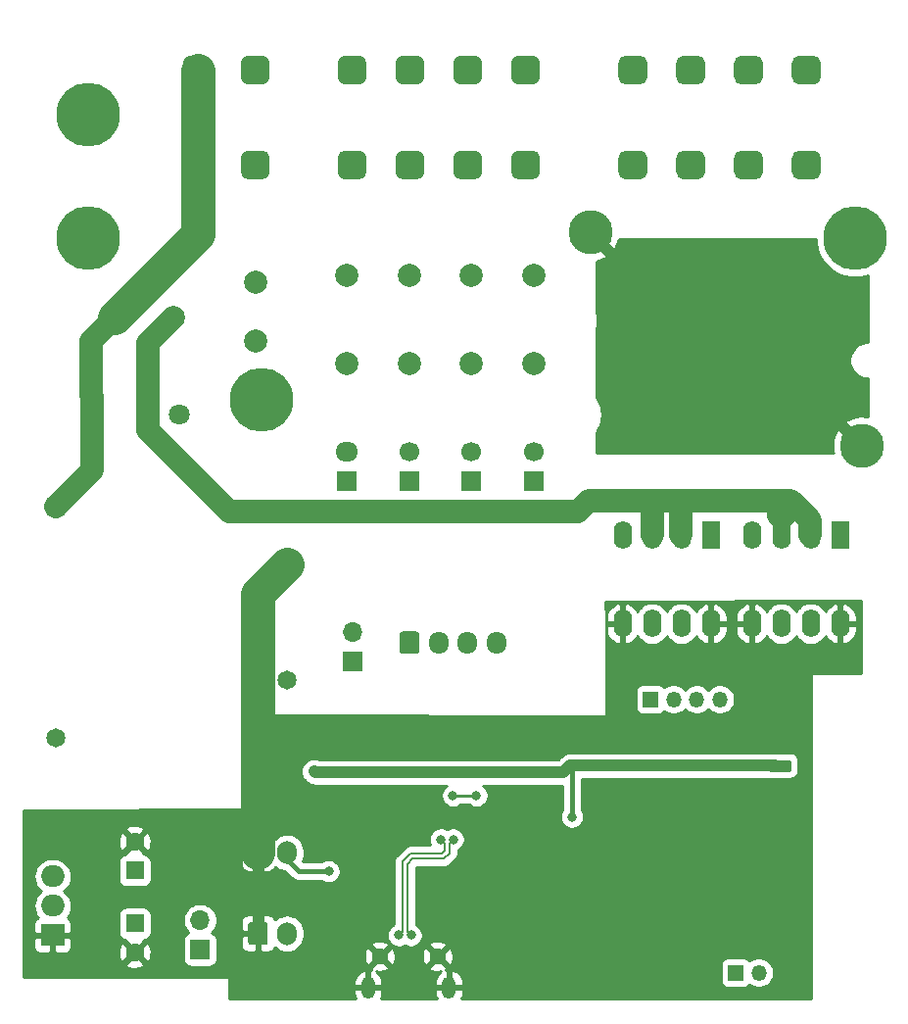
<source format=gbr>
G04 #@! TF.GenerationSoftware,KiCad,Pcbnew,(5.1.12)-1*
G04 #@! TF.CreationDate,2022-01-15T16:32:33-03:00*
G04 #@! TF.ProjectId,hamodule,68616d6f-6475-46c6-952e-6b696361645f,rev?*
G04 #@! TF.SameCoordinates,Original*
G04 #@! TF.FileFunction,Copper,L2,Bot*
G04 #@! TF.FilePolarity,Positive*
%FSLAX46Y46*%
G04 Gerber Fmt 4.6, Leading zero omitted, Abs format (unit mm)*
G04 Created by KiCad (PCBNEW (5.1.12)-1) date 2022-01-15 16:32:33*
%MOMM*%
%LPD*%
G01*
G04 APERTURE LIST*
G04 #@! TA.AperFunction,ConnectorPad*
%ADD10C,3.800000*%
G04 #@! TD*
G04 #@! TA.AperFunction,ComponentPad*
%ADD11C,2.600000*%
G04 #@! TD*
G04 #@! TA.AperFunction,ComponentPad*
%ADD12O,1.350000X1.350000*%
G04 #@! TD*
G04 #@! TA.AperFunction,ComponentPad*
%ADD13R,1.350000X1.350000*%
G04 #@! TD*
G04 #@! TA.AperFunction,ComponentPad*
%ADD14C,1.450000*%
G04 #@! TD*
G04 #@! TA.AperFunction,ComponentPad*
%ADD15O,1.200000X1.900000*%
G04 #@! TD*
G04 #@! TA.AperFunction,ComponentPad*
%ADD16O,1.700000X1.950000*%
G04 #@! TD*
G04 #@! TA.AperFunction,ComponentPad*
%ADD17O,1.600000X2.400000*%
G04 #@! TD*
G04 #@! TA.AperFunction,ComponentPad*
%ADD18R,1.600000X2.400000*%
G04 #@! TD*
G04 #@! TA.AperFunction,ComponentPad*
%ADD19C,5.500000*%
G04 #@! TD*
G04 #@! TA.AperFunction,ComponentPad*
%ADD20R,1.700000X1.700000*%
G04 #@! TD*
G04 #@! TA.AperFunction,ComponentPad*
%ADD21O,1.950000X1.700000*%
G04 #@! TD*
G04 #@! TA.AperFunction,ComponentPad*
%ADD22C,2.000000*%
G04 #@! TD*
G04 #@! TA.AperFunction,ComponentPad*
%ADD23C,1.700000*%
G04 #@! TD*
G04 #@! TA.AperFunction,ComponentPad*
%ADD24C,1.600000*%
G04 #@! TD*
G04 #@! TA.AperFunction,ComponentPad*
%ADD25R,1.600000X1.600000*%
G04 #@! TD*
G04 #@! TA.AperFunction,ComponentPad*
%ADD26O,2.000000X1.905000*%
G04 #@! TD*
G04 #@! TA.AperFunction,ComponentPad*
%ADD27R,2.000000X1.905000*%
G04 #@! TD*
G04 #@! TA.AperFunction,ComponentPad*
%ADD28C,1.650000*%
G04 #@! TD*
G04 #@! TA.AperFunction,ComponentPad*
%ADD29R,1.650000X1.650000*%
G04 #@! TD*
G04 #@! TA.AperFunction,ComponentPad*
%ADD30O,1.700000X1.700000*%
G04 #@! TD*
G04 #@! TA.AperFunction,ComponentPad*
%ADD31O,1.700000X2.000000*%
G04 #@! TD*
G04 #@! TA.AperFunction,ComponentPad*
%ADD32C,1.800000*%
G04 #@! TD*
G04 #@! TA.AperFunction,ViaPad*
%ADD33C,0.800000*%
G04 #@! TD*
G04 #@! TA.AperFunction,Conductor*
%ADD34C,2.000000*%
G04 #@! TD*
G04 #@! TA.AperFunction,Conductor*
%ADD35C,0.400000*%
G04 #@! TD*
G04 #@! TA.AperFunction,Conductor*
%ADD36C,1.000000*%
G04 #@! TD*
G04 #@! TA.AperFunction,Conductor*
%ADD37C,3.000000*%
G04 #@! TD*
G04 #@! TA.AperFunction,Conductor*
%ADD38C,0.200000*%
G04 #@! TD*
G04 #@! TA.AperFunction,Conductor*
%ADD39C,0.250000*%
G04 #@! TD*
G04 #@! TA.AperFunction,Conductor*
%ADD40C,0.254000*%
G04 #@! TD*
G04 #@! TA.AperFunction,Conductor*
%ADD41C,0.100000*%
G04 #@! TD*
G04 APERTURE END LIST*
D10*
X175704500Y-84899500D03*
D11*
X175704500Y-84899500D03*
D10*
X199174100Y-103289100D03*
D11*
X199174100Y-103289100D03*
D12*
X190277500Y-148844000D03*
D13*
X188277500Y-148844000D03*
X180911500Y-125222000D03*
D12*
X182911500Y-125222000D03*
X184911500Y-125222000D03*
X186911500Y-125222000D03*
D14*
X157505000Y-147414000D03*
X162505000Y-147414000D03*
D15*
X156505000Y-150114000D03*
X163505000Y-150114000D03*
D16*
X167576500Y-120332500D03*
X165076500Y-120332500D03*
X162576500Y-120332500D03*
G04 #@! TA.AperFunction,ComponentPad*
G36*
G01*
X159226500Y-121057500D02*
X159226500Y-119607500D01*
G75*
G02*
X159476500Y-119357500I250000J0D01*
G01*
X160676500Y-119357500D01*
G75*
G02*
X160926500Y-119607500I0J-250000D01*
G01*
X160926500Y-121057500D01*
G75*
G02*
X160676500Y-121307500I-250000J0D01*
G01*
X159476500Y-121307500D01*
G75*
G02*
X159226500Y-121057500I0J250000D01*
G01*
G37*
G04 #@! TD.AperFunction*
D17*
X197294500Y-118681500D03*
X189674500Y-111061500D03*
X194754500Y-118681500D03*
X192214500Y-111061500D03*
X192214500Y-118681500D03*
X194754500Y-111061500D03*
X189674500Y-118681500D03*
D18*
X197294500Y-111061500D03*
D17*
X186118500Y-118681500D03*
X178498500Y-111061500D03*
X183578500Y-118681500D03*
X181038500Y-111061500D03*
X181038500Y-118681500D03*
X183578500Y-111061500D03*
X178498500Y-118681500D03*
D18*
X186118500Y-111061500D03*
D19*
X132270500Y-74739500D03*
X198564500Y-85407500D03*
X132270500Y-85407500D03*
G04 #@! TA.AperFunction,ComponentPad*
G36*
G01*
X195637500Y-78432500D02*
X195637500Y-79682500D01*
G75*
G02*
X195012500Y-80307500I-625000J0D01*
G01*
X193762500Y-80307500D01*
G75*
G02*
X193137500Y-79682500I0J625000D01*
G01*
X193137500Y-78432500D01*
G75*
G02*
X193762500Y-77807500I625000J0D01*
G01*
X195012500Y-77807500D01*
G75*
G02*
X195637500Y-78432500I0J-625000D01*
G01*
G37*
G04 #@! TD.AperFunction*
G04 #@! TA.AperFunction,ComponentPad*
G36*
G01*
X190637500Y-78432500D02*
X190637500Y-79682500D01*
G75*
G02*
X190012500Y-80307500I-625000J0D01*
G01*
X188762500Y-80307500D01*
G75*
G02*
X188137500Y-79682500I0J625000D01*
G01*
X188137500Y-78432500D01*
G75*
G02*
X188762500Y-77807500I625000J0D01*
G01*
X190012500Y-77807500D01*
G75*
G02*
X190637500Y-78432500I0J-625000D01*
G01*
G37*
G04 #@! TD.AperFunction*
G04 #@! TA.AperFunction,ComponentPad*
G36*
G01*
X185637500Y-78432500D02*
X185637500Y-79682500D01*
G75*
G02*
X185012500Y-80307500I-625000J0D01*
G01*
X183762500Y-80307500D01*
G75*
G02*
X183137500Y-79682500I0J625000D01*
G01*
X183137500Y-78432500D01*
G75*
G02*
X183762500Y-77807500I625000J0D01*
G01*
X185012500Y-77807500D01*
G75*
G02*
X185637500Y-78432500I0J-625000D01*
G01*
G37*
G04 #@! TD.AperFunction*
G04 #@! TA.AperFunction,ComponentPad*
G36*
G01*
X180637500Y-78432500D02*
X180637500Y-79682500D01*
G75*
G02*
X180012500Y-80307500I-625000J0D01*
G01*
X178762500Y-80307500D01*
G75*
G02*
X178137500Y-79682500I0J625000D01*
G01*
X178137500Y-78432500D01*
G75*
G02*
X178762500Y-77807500I625000J0D01*
G01*
X180012500Y-77807500D01*
G75*
G02*
X180637500Y-78432500I0J-625000D01*
G01*
G37*
G04 #@! TD.AperFunction*
G04 #@! TA.AperFunction,ComponentPad*
G36*
G01*
X195637500Y-70232501D02*
X195637500Y-71482501D01*
G75*
G02*
X195012500Y-72107501I-625000J0D01*
G01*
X193762500Y-72107501D01*
G75*
G02*
X193137500Y-71482501I0J625000D01*
G01*
X193137500Y-70232501D01*
G75*
G02*
X193762500Y-69607501I625000J0D01*
G01*
X195012500Y-69607501D01*
G75*
G02*
X195637500Y-70232501I0J-625000D01*
G01*
G37*
G04 #@! TD.AperFunction*
G04 #@! TA.AperFunction,ComponentPad*
G36*
G01*
X190637500Y-70232501D02*
X190637500Y-71482501D01*
G75*
G02*
X190012500Y-72107501I-625000J0D01*
G01*
X188762500Y-72107501D01*
G75*
G02*
X188137500Y-71482501I0J625000D01*
G01*
X188137500Y-70232501D01*
G75*
G02*
X188762500Y-69607501I625000J0D01*
G01*
X190012500Y-69607501D01*
G75*
G02*
X190637500Y-70232501I0J-625000D01*
G01*
G37*
G04 #@! TD.AperFunction*
G04 #@! TA.AperFunction,ComponentPad*
G36*
G01*
X185637500Y-70232501D02*
X185637500Y-71482501D01*
G75*
G02*
X185012500Y-72107501I-625000J0D01*
G01*
X183762500Y-72107501D01*
G75*
G02*
X183137500Y-71482501I0J625000D01*
G01*
X183137500Y-70232501D01*
G75*
G02*
X183762500Y-69607501I625000J0D01*
G01*
X185012500Y-69607501D01*
G75*
G02*
X185637500Y-70232501I0J-625000D01*
G01*
G37*
G04 #@! TD.AperFunction*
G04 #@! TA.AperFunction,ComponentPad*
G36*
G01*
X180637500Y-70232501D02*
X180637500Y-71482501D01*
G75*
G02*
X180012500Y-72107501I-625000J0D01*
G01*
X178762500Y-72107501D01*
G75*
G02*
X178137500Y-71482501I0J625000D01*
G01*
X178137500Y-70232501D01*
G75*
G02*
X178762500Y-69607501I625000J0D01*
G01*
X180012500Y-69607501D01*
G75*
G02*
X180637500Y-70232501I0J-625000D01*
G01*
G37*
G04 #@! TD.AperFunction*
G04 #@! TA.AperFunction,ComponentPad*
G36*
G01*
X147998500Y-78432500D02*
X147998500Y-79682500D01*
G75*
G02*
X147373500Y-80307500I-625000J0D01*
G01*
X146123500Y-80307500D01*
G75*
G02*
X145498500Y-79682500I0J625000D01*
G01*
X145498500Y-78432500D01*
G75*
G02*
X146123500Y-77807500I625000J0D01*
G01*
X147373500Y-77807500D01*
G75*
G02*
X147998500Y-78432500I0J-625000D01*
G01*
G37*
G04 #@! TD.AperFunction*
G04 #@! TA.AperFunction,ComponentPad*
G36*
G01*
X142998500Y-78432500D02*
X142998500Y-79682500D01*
G75*
G02*
X142373500Y-80307500I-625000J0D01*
G01*
X141123500Y-80307500D01*
G75*
G02*
X140498500Y-79682500I0J625000D01*
G01*
X140498500Y-78432500D01*
G75*
G02*
X141123500Y-77807500I625000J0D01*
G01*
X142373500Y-77807500D01*
G75*
G02*
X142998500Y-78432500I0J-625000D01*
G01*
G37*
G04 #@! TD.AperFunction*
G04 #@! TA.AperFunction,ComponentPad*
G36*
G01*
X147998500Y-70232501D02*
X147998500Y-71482501D01*
G75*
G02*
X147373500Y-72107501I-625000J0D01*
G01*
X146123500Y-72107501D01*
G75*
G02*
X145498500Y-71482501I0J625000D01*
G01*
X145498500Y-70232501D01*
G75*
G02*
X146123500Y-69607501I625000J0D01*
G01*
X147373500Y-69607501D01*
G75*
G02*
X147998500Y-70232501I0J-625000D01*
G01*
G37*
G04 #@! TD.AperFunction*
G04 #@! TA.AperFunction,ComponentPad*
G36*
G01*
X142998500Y-70232501D02*
X142998500Y-71482501D01*
G75*
G02*
X142373500Y-72107501I-625000J0D01*
G01*
X141123500Y-72107501D01*
G75*
G02*
X140498500Y-71482501I0J625000D01*
G01*
X140498500Y-70232501D01*
G75*
G02*
X141123500Y-69607501I625000J0D01*
G01*
X142373500Y-69607501D01*
G75*
G02*
X142998500Y-70232501I0J-625000D01*
G01*
G37*
G04 #@! TD.AperFunction*
G04 #@! TA.AperFunction,ComponentPad*
G36*
G01*
X171366500Y-78432500D02*
X171366500Y-79682500D01*
G75*
G02*
X170741500Y-80307500I-625000J0D01*
G01*
X169491500Y-80307500D01*
G75*
G02*
X168866500Y-79682500I0J625000D01*
G01*
X168866500Y-78432500D01*
G75*
G02*
X169491500Y-77807500I625000J0D01*
G01*
X170741500Y-77807500D01*
G75*
G02*
X171366500Y-78432500I0J-625000D01*
G01*
G37*
G04 #@! TD.AperFunction*
G04 #@! TA.AperFunction,ComponentPad*
G36*
G01*
X166366500Y-78432500D02*
X166366500Y-79682500D01*
G75*
G02*
X165741500Y-80307500I-625000J0D01*
G01*
X164491500Y-80307500D01*
G75*
G02*
X163866500Y-79682500I0J625000D01*
G01*
X163866500Y-78432500D01*
G75*
G02*
X164491500Y-77807500I625000J0D01*
G01*
X165741500Y-77807500D01*
G75*
G02*
X166366500Y-78432500I0J-625000D01*
G01*
G37*
G04 #@! TD.AperFunction*
G04 #@! TA.AperFunction,ComponentPad*
G36*
G01*
X161366500Y-78432500D02*
X161366500Y-79682500D01*
G75*
G02*
X160741500Y-80307500I-625000J0D01*
G01*
X159491500Y-80307500D01*
G75*
G02*
X158866500Y-79682500I0J625000D01*
G01*
X158866500Y-78432500D01*
G75*
G02*
X159491500Y-77807500I625000J0D01*
G01*
X160741500Y-77807500D01*
G75*
G02*
X161366500Y-78432500I0J-625000D01*
G01*
G37*
G04 #@! TD.AperFunction*
G04 #@! TA.AperFunction,ComponentPad*
G36*
G01*
X156366500Y-78432500D02*
X156366500Y-79682500D01*
G75*
G02*
X155741500Y-80307500I-625000J0D01*
G01*
X154491500Y-80307500D01*
G75*
G02*
X153866500Y-79682500I0J625000D01*
G01*
X153866500Y-78432500D01*
G75*
G02*
X154491500Y-77807500I625000J0D01*
G01*
X155741500Y-77807500D01*
G75*
G02*
X156366500Y-78432500I0J-625000D01*
G01*
G37*
G04 #@! TD.AperFunction*
G04 #@! TA.AperFunction,ComponentPad*
G36*
G01*
X171366500Y-70232501D02*
X171366500Y-71482501D01*
G75*
G02*
X170741500Y-72107501I-625000J0D01*
G01*
X169491500Y-72107501D01*
G75*
G02*
X168866500Y-71482501I0J625000D01*
G01*
X168866500Y-70232501D01*
G75*
G02*
X169491500Y-69607501I625000J0D01*
G01*
X170741500Y-69607501D01*
G75*
G02*
X171366500Y-70232501I0J-625000D01*
G01*
G37*
G04 #@! TD.AperFunction*
G04 #@! TA.AperFunction,ComponentPad*
G36*
G01*
X166366500Y-70232501D02*
X166366500Y-71482501D01*
G75*
G02*
X165741500Y-72107501I-625000J0D01*
G01*
X164491500Y-72107501D01*
G75*
G02*
X163866500Y-71482501I0J625000D01*
G01*
X163866500Y-70232501D01*
G75*
G02*
X164491500Y-69607501I625000J0D01*
G01*
X165741500Y-69607501D01*
G75*
G02*
X166366500Y-70232501I0J-625000D01*
G01*
G37*
G04 #@! TD.AperFunction*
G04 #@! TA.AperFunction,ComponentPad*
G36*
G01*
X161366500Y-70232501D02*
X161366500Y-71482501D01*
G75*
G02*
X160741500Y-72107501I-625000J0D01*
G01*
X159491500Y-72107501D01*
G75*
G02*
X158866500Y-71482501I0J625000D01*
G01*
X158866500Y-70232501D01*
G75*
G02*
X159491500Y-69607501I625000J0D01*
G01*
X160741500Y-69607501D01*
G75*
G02*
X161366500Y-70232501I0J-625000D01*
G01*
G37*
G04 #@! TD.AperFunction*
G04 #@! TA.AperFunction,ComponentPad*
G36*
G01*
X156366500Y-70232501D02*
X156366500Y-71482501D01*
G75*
G02*
X155741500Y-72107501I-625000J0D01*
G01*
X154491500Y-72107501D01*
G75*
G02*
X153866500Y-71482501I0J625000D01*
G01*
X153866500Y-70232501D01*
G75*
G02*
X154491500Y-69607501I625000J0D01*
G01*
X155741500Y-69607501D01*
G75*
G02*
X156366500Y-70232501I0J-625000D01*
G01*
G37*
G04 #@! TD.AperFunction*
D20*
X154686000Y-106362500D03*
D21*
X154686000Y-103822500D03*
D22*
X154686000Y-96202500D03*
X154686000Y-88582500D03*
D20*
X170825500Y-106343001D03*
D23*
X170825500Y-103803001D03*
D22*
X170825500Y-96183001D03*
X170825500Y-88563001D03*
D20*
X165428000Y-106343001D03*
D23*
X165428000Y-103803001D03*
D22*
X165428000Y-96183001D03*
X165428000Y-88563001D03*
D20*
X160083500Y-106343001D03*
D23*
X160083500Y-103803001D03*
D22*
X160083500Y-96183001D03*
X160083500Y-88563001D03*
D24*
X136334500Y-147089500D03*
D25*
X136334500Y-144589500D03*
D24*
X136334500Y-137517500D03*
D25*
X136334500Y-140017500D03*
D26*
X129222500Y-140525500D03*
X129222500Y-143065500D03*
D27*
X129222500Y-145605500D03*
D28*
X149476500Y-113587500D03*
X149476500Y-123587500D03*
X129476500Y-128587500D03*
D29*
X129476500Y-108587500D03*
D22*
X139636500Y-92265500D03*
X134556500Y-92265500D03*
D30*
X141973300Y-144310100D03*
D20*
X141973300Y-146850100D03*
D31*
X149491700Y-145453100D03*
G04 #@! TA.AperFunction,ComponentPad*
G36*
G01*
X146141700Y-146203100D02*
X146141700Y-144703100D01*
G75*
G02*
X146391700Y-144453100I250000J0D01*
G01*
X147591700Y-144453100D01*
G75*
G02*
X147841700Y-144703100I0J-250000D01*
G01*
X147841700Y-146203100D01*
G75*
G02*
X147591700Y-146453100I-250000J0D01*
G01*
X146391700Y-146453100D01*
G75*
G02*
X146141700Y-146203100I0J250000D01*
G01*
G37*
G04 #@! TD.AperFunction*
D30*
X155130500Y-119443500D03*
D20*
X155130500Y-121983500D03*
D32*
X140144500Y-100647500D03*
X132644500Y-99014170D03*
D31*
X149502500Y-138493500D03*
G04 #@! TA.AperFunction,ComponentPad*
G36*
G01*
X146152500Y-139243500D02*
X146152500Y-137743500D01*
G75*
G02*
X146402500Y-137493500I250000J0D01*
G01*
X147602500Y-137493500D01*
G75*
G02*
X147852500Y-137743500I0J-250000D01*
G01*
X147852500Y-139243500D01*
G75*
G02*
X147602500Y-139493500I-250000J0D01*
G01*
X146402500Y-139493500D01*
G75*
G02*
X146152500Y-139243500I0J250000D01*
G01*
G37*
G04 #@! TD.AperFunction*
D19*
X147256500Y-99377500D03*
D22*
X146748500Y-94297500D03*
X146748500Y-89217500D03*
D33*
X153098500Y-140081000D03*
X192595500Y-130937000D03*
X151828500Y-131445000D03*
X191643000Y-130937000D03*
X174117000Y-135382000D03*
X160205000Y-145613998D03*
X163851000Y-137325100D03*
X162801000Y-137325100D03*
X159155000Y-145613998D03*
X163837489Y-133540500D03*
X165862000Y-133540500D03*
X183007000Y-148018500D03*
X184086500Y-148018500D03*
X185039000Y-148018500D03*
X185991500Y-148018500D03*
X174815500Y-148145500D03*
X175577500Y-148907500D03*
X173990000Y-147320000D03*
X173164500Y-146431000D03*
X184404000Y-138557000D03*
X185356500Y-138557000D03*
X186372500Y-138557000D03*
X188404500Y-138557000D03*
X187388500Y-138557000D03*
X184404000Y-137604500D03*
X185356500Y-137604500D03*
X186372500Y-137604500D03*
X188404500Y-137604500D03*
X187388500Y-137604500D03*
X184404000Y-136525000D03*
X185356500Y-136525000D03*
X186372500Y-136525000D03*
X188404500Y-136525000D03*
X187388500Y-136525000D03*
X184404000Y-135509000D03*
X185356500Y-135509000D03*
X186372500Y-135509000D03*
X188404500Y-135509000D03*
X187388500Y-135509000D03*
X188404500Y-134493000D03*
X187388500Y-134493000D03*
X186372500Y-134493000D03*
X185356500Y-134493000D03*
X184404000Y-134493000D03*
X193865500Y-148082000D03*
X172847000Y-128206500D03*
X172855500Y-133604000D03*
X187946686Y-126886314D03*
X155185500Y-129739000D03*
X155185500Y-128587500D03*
X178689000Y-132778500D03*
X193865500Y-133159500D03*
X193865500Y-132207000D03*
X176339500Y-149669500D03*
X163639500Y-141414500D03*
X164719000Y-140335000D03*
X164719000Y-141478000D03*
X163639500Y-140335000D03*
X163639500Y-142557500D03*
X164719000Y-142557500D03*
X162433000Y-142557500D03*
X162433000Y-141478000D03*
X162433000Y-140335000D03*
X177228500Y-150495000D03*
X156591000Y-137058400D03*
X161036000Y-150114000D03*
X158877000Y-150114000D03*
X197129400Y-91948000D03*
X198272400Y-91948000D03*
X197078600Y-100152200D03*
X198221600Y-100152200D03*
X178346100Y-91960700D03*
X195961000Y-91948000D03*
X195834000Y-100139500D03*
X178181000Y-100139500D03*
X179387500Y-100139500D03*
X180530500Y-100139500D03*
X181864000Y-100139500D03*
X187007500Y-100139500D03*
X183324500Y-100139500D03*
X185674000Y-100139500D03*
X184531000Y-100139500D03*
X192151000Y-100139500D03*
X188468000Y-100139500D03*
X190817500Y-100139500D03*
X189674500Y-100139500D03*
X193484500Y-100139500D03*
X194691000Y-100139500D03*
X184658000Y-91948000D03*
X190944500Y-91948000D03*
X188595000Y-91948000D03*
X189801500Y-91948000D03*
X194818000Y-91948000D03*
X192278000Y-91948000D03*
X181991000Y-91948000D03*
X185801000Y-91948000D03*
X187134500Y-91948000D03*
X183451500Y-91948000D03*
X193611500Y-91948000D03*
X179514500Y-91948000D03*
X180733700Y-91935300D03*
X177050700Y-100139500D03*
X177228500Y-91960700D03*
D34*
X194694499Y-109731499D02*
X194694499Y-111061500D01*
X174620225Y-109029500D02*
X175588235Y-108061490D01*
X175588235Y-108061490D02*
X181086490Y-108061490D01*
X139636500Y-92265500D02*
X137444499Y-94457501D01*
X137444499Y-94457501D02*
X137444499Y-101943501D01*
X137444499Y-101943501D02*
X144530498Y-109029500D01*
X144530498Y-109029500D02*
X174620225Y-109029500D01*
X192008490Y-108061490D02*
X193024490Y-108061490D01*
X183518499Y-108421499D02*
X183518499Y-111061500D01*
X183530510Y-108409488D02*
X183518499Y-108421499D01*
X183530510Y-108061490D02*
X183530510Y-108409488D01*
X183530510Y-108061490D02*
X192008490Y-108061490D01*
X181086490Y-109572521D02*
X181098510Y-109584541D01*
X181086490Y-108061490D02*
X181086490Y-109572521D01*
X181098510Y-109584541D02*
X181098510Y-111061500D01*
X181086490Y-108061490D02*
X183530510Y-108061490D01*
X193024490Y-108061490D02*
X193992500Y-109029500D01*
X193992500Y-109029500D02*
X194694499Y-109731499D01*
X193024490Y-108854510D02*
X193024490Y-108061490D01*
X192274510Y-109604490D02*
X193024490Y-108854510D01*
X192274510Y-109584541D02*
X192274510Y-109604490D01*
X192008490Y-109318521D02*
X192274510Y-109584541D01*
X192008490Y-108061490D02*
X192008490Y-109318521D01*
D35*
X153098500Y-140081000D02*
X150495000Y-140081000D01*
X149502500Y-139088500D02*
X149502500Y-138493500D01*
X150495000Y-140081000D02*
X149502500Y-139088500D01*
D36*
X151912501Y-131529001D02*
X151828500Y-131445000D01*
X173383501Y-131529001D02*
X151912501Y-131529001D01*
X173975502Y-130937000D02*
X173383501Y-131529001D01*
X191643000Y-130937000D02*
X173975502Y-130937000D01*
D35*
X174117000Y-131078498D02*
X173975502Y-130937000D01*
X174117000Y-135382000D02*
X174117000Y-131078498D01*
D37*
X141748500Y-80073500D02*
X141748500Y-85073500D01*
D34*
X132644500Y-105419500D02*
X129476500Y-108587500D01*
X132644500Y-99014170D02*
X132644500Y-105419500D01*
X134556500Y-92265500D02*
X132524500Y-94297500D01*
X132524500Y-98894170D02*
X132644500Y-99014170D01*
X132524500Y-94297500D02*
X132524500Y-98894170D01*
D37*
X141748500Y-79057500D02*
X141748500Y-70857501D01*
X141748500Y-85073500D02*
X134556500Y-92265500D01*
X141748500Y-79057500D02*
X141748500Y-85073500D01*
D38*
X163851000Y-137325100D02*
X163551000Y-137625100D01*
X163551000Y-137625100D02*
X163551000Y-138519200D01*
X163551000Y-138519200D02*
X163072300Y-138997900D01*
X163072300Y-138997900D02*
X160354500Y-138997900D01*
X159905000Y-145313998D02*
X160205000Y-145613998D01*
X159905000Y-139447400D02*
X159905000Y-145313998D01*
X160354500Y-138997900D02*
X159905000Y-139447400D01*
X162801000Y-137325100D02*
X163101000Y-137625100D01*
X163101000Y-137625100D02*
X163101000Y-138332800D01*
X163101000Y-138332800D02*
X162885900Y-138547900D01*
X162885900Y-138547900D02*
X160168100Y-138547900D01*
X159455000Y-145313998D02*
X159155000Y-145613998D01*
X159455000Y-139261000D02*
X159455000Y-145313998D01*
X160168100Y-138547900D02*
X159455000Y-139261000D01*
D39*
X163837489Y-133540500D02*
X165862000Y-133540500D01*
D36*
X147002500Y-145442300D02*
X146991700Y-145453100D01*
X147002500Y-138493500D02*
X147002500Y-145442300D01*
X147002500Y-116061500D02*
X147002500Y-138493500D01*
X149476500Y-113587500D02*
X147002500Y-116061500D01*
D37*
X146952490Y-138443490D02*
X146952490Y-138493500D01*
X146951499Y-138442499D02*
X146952490Y-138443490D01*
X146951499Y-116112501D02*
X146951499Y-138442499D01*
X149476500Y-113587500D02*
X146951499Y-116112501D01*
D39*
X175704500Y-85356700D02*
X176466500Y-86118700D01*
X175704500Y-84899500D02*
X175704500Y-85356700D01*
X175196500Y-84848700D02*
X176466500Y-86118700D01*
D36*
X175704500Y-84899500D02*
X178346100Y-87541100D01*
X178346100Y-87541100D02*
X178346100Y-91960700D01*
X197078600Y-101193600D02*
X197078600Y-100152200D01*
X199174100Y-103289100D02*
X197078600Y-101193600D01*
D40*
X199072500Y-122999500D02*
X194881500Y-122999500D01*
X194856724Y-123001940D01*
X194832899Y-123009167D01*
X194810943Y-123020903D01*
X194791697Y-123036697D01*
X194775903Y-123055943D01*
X194764167Y-123077899D01*
X194756940Y-123101724D01*
X194754500Y-123126500D01*
X194754500Y-151041745D01*
X164601831Y-151043353D01*
X164691493Y-150829496D01*
X164740000Y-150591000D01*
X164740000Y-150241000D01*
X163632000Y-150241000D01*
X163632000Y-150261000D01*
X163378000Y-150261000D01*
X163378000Y-150241000D01*
X162270000Y-150241000D01*
X162270000Y-150591000D01*
X162318507Y-150829496D01*
X162408218Y-151043470D01*
X161838018Y-151043500D01*
X157601874Y-151043252D01*
X157691493Y-150829496D01*
X157740000Y-150591000D01*
X157740000Y-150241000D01*
X156632000Y-150241000D01*
X156632000Y-150261000D01*
X156378000Y-150261000D01*
X156378000Y-150241000D01*
X155270000Y-150241000D01*
X155270000Y-150591000D01*
X155318507Y-150829496D01*
X155408073Y-151043124D01*
X144526000Y-151042487D01*
X144526000Y-149637000D01*
X155270000Y-149637000D01*
X155270000Y-149987000D01*
X156378000Y-149987000D01*
X156378000Y-148695269D01*
X156632000Y-148695269D01*
X156632000Y-149987000D01*
X157740000Y-149987000D01*
X157740000Y-149637000D01*
X157691493Y-149398504D01*
X157597390Y-149174054D01*
X157461307Y-148972275D01*
X157288474Y-148800922D01*
X157193164Y-148737829D01*
X157310849Y-148766719D01*
X157578482Y-148778604D01*
X157843291Y-148738048D01*
X158095100Y-148646609D01*
X158202035Y-148589450D01*
X158264528Y-148353133D01*
X161745472Y-148353133D01*
X161807965Y-148589450D01*
X162050678Y-148702850D01*
X162310849Y-148766719D01*
X162578482Y-148778604D01*
X162808442Y-148743385D01*
X162721526Y-148800922D01*
X162548693Y-148972275D01*
X162412610Y-149174054D01*
X162318507Y-149398504D01*
X162270000Y-149637000D01*
X162270000Y-149987000D01*
X163378000Y-149987000D01*
X163378000Y-148695269D01*
X163632000Y-148695269D01*
X163632000Y-149987000D01*
X164740000Y-149987000D01*
X164740000Y-149637000D01*
X164691493Y-149398504D01*
X164597390Y-149174054D01*
X164461307Y-148972275D01*
X164288474Y-148800922D01*
X164085533Y-148666579D01*
X163860282Y-148574409D01*
X163822609Y-148570538D01*
X163632000Y-148695269D01*
X163378000Y-148695269D01*
X163204138Y-148581497D01*
X163264528Y-148353133D01*
X162505000Y-147593605D01*
X161745472Y-148353133D01*
X158264528Y-148353133D01*
X157505000Y-147593605D01*
X156745472Y-148353133D01*
X156805862Y-148581497D01*
X156632000Y-148695269D01*
X156378000Y-148695269D01*
X156187391Y-148570538D01*
X156149718Y-148574409D01*
X155924467Y-148666579D01*
X155721526Y-148800922D01*
X155548693Y-148972275D01*
X155412610Y-149174054D01*
X155318507Y-149398504D01*
X155270000Y-149637000D01*
X144526000Y-149637000D01*
X144526000Y-149352000D01*
X144523560Y-149327224D01*
X144516333Y-149303399D01*
X144504597Y-149281443D01*
X144488803Y-149262197D01*
X144469557Y-149246403D01*
X144447601Y-149234667D01*
X144423776Y-149227440D01*
X144399000Y-149225000D01*
X126682500Y-149225000D01*
X126682500Y-148082202D01*
X135521403Y-148082202D01*
X135592986Y-148326171D01*
X135848496Y-148447071D01*
X136122684Y-148515800D01*
X136405012Y-148529717D01*
X136684630Y-148488287D01*
X136950792Y-148393103D01*
X137076014Y-148326171D01*
X137147597Y-148082202D01*
X136334500Y-147269105D01*
X135521403Y-148082202D01*
X126682500Y-148082202D01*
X126682500Y-146558000D01*
X127584428Y-146558000D01*
X127596688Y-146682482D01*
X127632998Y-146802180D01*
X127691963Y-146912494D01*
X127771315Y-147009185D01*
X127868006Y-147088537D01*
X127978320Y-147147502D01*
X128098018Y-147183812D01*
X128222500Y-147196072D01*
X128936750Y-147193000D01*
X129095500Y-147034250D01*
X129095500Y-145732500D01*
X129349500Y-145732500D01*
X129349500Y-147034250D01*
X129508250Y-147193000D01*
X130222500Y-147196072D01*
X130346982Y-147183812D01*
X130425440Y-147160012D01*
X134894283Y-147160012D01*
X134935713Y-147439630D01*
X135030897Y-147705792D01*
X135097829Y-147831014D01*
X135341798Y-147902597D01*
X136154895Y-147089500D01*
X136514105Y-147089500D01*
X137327202Y-147902597D01*
X137571171Y-147831014D01*
X137692071Y-147575504D01*
X137760800Y-147301316D01*
X137774717Y-147018988D01*
X137733287Y-146739370D01*
X137638103Y-146473208D01*
X137571171Y-146347986D01*
X137327202Y-146276403D01*
X136514105Y-147089500D01*
X136154895Y-147089500D01*
X135341798Y-146276403D01*
X135097829Y-146347986D01*
X134976929Y-146603496D01*
X134908200Y-146877684D01*
X134894283Y-147160012D01*
X130425440Y-147160012D01*
X130466680Y-147147502D01*
X130576994Y-147088537D01*
X130673685Y-147009185D01*
X130753037Y-146912494D01*
X130812002Y-146802180D01*
X130848312Y-146682482D01*
X130860572Y-146558000D01*
X130857500Y-145891250D01*
X130698750Y-145732500D01*
X129349500Y-145732500D01*
X129095500Y-145732500D01*
X127746250Y-145732500D01*
X127587500Y-145891250D01*
X127584428Y-146558000D01*
X126682500Y-146558000D01*
X126682500Y-140525500D01*
X127579819Y-140525500D01*
X127610470Y-140836704D01*
X127701245Y-141135949D01*
X127848655Y-141411735D01*
X128047037Y-141653463D01*
X128220109Y-141795500D01*
X128047037Y-141937537D01*
X127848655Y-142179265D01*
X127701245Y-142455051D01*
X127610470Y-142754296D01*
X127579819Y-143065500D01*
X127610470Y-143376704D01*
X127701245Y-143675949D01*
X127848655Y-143951735D01*
X127951946Y-144077595D01*
X127868006Y-144122463D01*
X127771315Y-144201815D01*
X127691963Y-144298506D01*
X127632998Y-144408820D01*
X127596688Y-144528518D01*
X127584428Y-144653000D01*
X127587500Y-145319750D01*
X127746250Y-145478500D01*
X129095500Y-145478500D01*
X129095500Y-145458500D01*
X129349500Y-145458500D01*
X129349500Y-145478500D01*
X130698750Y-145478500D01*
X130857500Y-145319750D01*
X130860572Y-144653000D01*
X130848312Y-144528518D01*
X130812002Y-144408820D01*
X130753037Y-144298506D01*
X130673685Y-144201815D01*
X130576994Y-144122463D01*
X130493054Y-144077595D01*
X130596345Y-143951735D01*
X130683061Y-143789500D01*
X134896428Y-143789500D01*
X134896428Y-145389500D01*
X134908688Y-145513982D01*
X134944998Y-145633680D01*
X135003963Y-145743994D01*
X135083315Y-145840685D01*
X135180006Y-145920037D01*
X135290320Y-145979002D01*
X135410018Y-146015312D01*
X135534500Y-146027572D01*
X135541715Y-146027572D01*
X135521403Y-146096798D01*
X136334500Y-146909895D01*
X137147597Y-146096798D01*
X137127285Y-146027572D01*
X137134500Y-146027572D01*
X137258982Y-146015312D01*
X137309129Y-146000100D01*
X140485228Y-146000100D01*
X140485228Y-147700100D01*
X140497488Y-147824582D01*
X140533798Y-147944280D01*
X140592763Y-148054594D01*
X140672115Y-148151285D01*
X140768806Y-148230637D01*
X140879120Y-148289602D01*
X140998818Y-148325912D01*
X141123300Y-148338172D01*
X142823300Y-148338172D01*
X142947782Y-148325912D01*
X143067480Y-148289602D01*
X143177794Y-148230637D01*
X143274485Y-148151285D01*
X143353837Y-148054594D01*
X143412802Y-147944280D01*
X143449112Y-147824582D01*
X143461372Y-147700100D01*
X143461372Y-147487482D01*
X156140396Y-147487482D01*
X156180952Y-147752291D01*
X156272391Y-148004100D01*
X156329550Y-148111035D01*
X156565867Y-148173528D01*
X157325395Y-147414000D01*
X157684605Y-147414000D01*
X158444133Y-148173528D01*
X158680450Y-148111035D01*
X158793850Y-147868322D01*
X158857719Y-147608151D01*
X158863077Y-147487482D01*
X161140396Y-147487482D01*
X161180952Y-147752291D01*
X161272391Y-148004100D01*
X161329550Y-148111035D01*
X161565867Y-148173528D01*
X162325395Y-147414000D01*
X162684605Y-147414000D01*
X163444133Y-148173528D01*
X163461255Y-148169000D01*
X186964428Y-148169000D01*
X186964428Y-149519000D01*
X186976688Y-149643482D01*
X187012998Y-149763180D01*
X187071963Y-149873494D01*
X187151315Y-149970185D01*
X187248006Y-150049537D01*
X187358320Y-150108502D01*
X187478018Y-150144812D01*
X187602500Y-150157072D01*
X188952500Y-150157072D01*
X189076982Y-150144812D01*
X189196680Y-150108502D01*
X189306994Y-150049537D01*
X189403685Y-149970185D01*
X189474987Y-149883303D01*
X189656982Y-150004907D01*
X189895387Y-150103658D01*
X190148476Y-150154000D01*
X190406524Y-150154000D01*
X190659613Y-150103658D01*
X190898018Y-150004907D01*
X191112577Y-149861544D01*
X191295044Y-149679077D01*
X191438407Y-149464518D01*
X191537158Y-149226113D01*
X191587500Y-148973024D01*
X191587500Y-148714976D01*
X191537158Y-148461887D01*
X191438407Y-148223482D01*
X191295044Y-148008923D01*
X191112577Y-147826456D01*
X190898018Y-147683093D01*
X190659613Y-147584342D01*
X190406524Y-147534000D01*
X190148476Y-147534000D01*
X189895387Y-147584342D01*
X189656982Y-147683093D01*
X189474987Y-147804697D01*
X189403685Y-147717815D01*
X189306994Y-147638463D01*
X189196680Y-147579498D01*
X189076982Y-147543188D01*
X188952500Y-147530928D01*
X187602500Y-147530928D01*
X187478018Y-147543188D01*
X187358320Y-147579498D01*
X187248006Y-147638463D01*
X187151315Y-147717815D01*
X187071963Y-147814506D01*
X187012998Y-147924820D01*
X186976688Y-148044518D01*
X186964428Y-148169000D01*
X163461255Y-148169000D01*
X163680450Y-148111035D01*
X163793850Y-147868322D01*
X163857719Y-147608151D01*
X163869604Y-147340518D01*
X163829048Y-147075709D01*
X163737609Y-146823900D01*
X163680450Y-146716965D01*
X163444133Y-146654472D01*
X162684605Y-147414000D01*
X162325395Y-147414000D01*
X161565867Y-146654472D01*
X161329550Y-146716965D01*
X161216150Y-146959678D01*
X161152281Y-147219849D01*
X161140396Y-147487482D01*
X158863077Y-147487482D01*
X158869604Y-147340518D01*
X158829048Y-147075709D01*
X158737609Y-146823900D01*
X158680450Y-146716965D01*
X158444133Y-146654472D01*
X157684605Y-147414000D01*
X157325395Y-147414000D01*
X156565867Y-146654472D01*
X156329550Y-146716965D01*
X156216150Y-146959678D01*
X156152281Y-147219849D01*
X156140396Y-147487482D01*
X143461372Y-147487482D01*
X143461372Y-146453100D01*
X145503628Y-146453100D01*
X145515888Y-146577582D01*
X145552198Y-146697280D01*
X145611163Y-146807594D01*
X145690515Y-146904285D01*
X145787206Y-146983637D01*
X145897520Y-147042602D01*
X146017218Y-147078912D01*
X146141700Y-147091172D01*
X146705950Y-147088100D01*
X146864700Y-146929350D01*
X146864700Y-145580100D01*
X145665450Y-145580100D01*
X145506700Y-145738850D01*
X145503628Y-146453100D01*
X143461372Y-146453100D01*
X143461372Y-146000100D01*
X143449112Y-145875618D01*
X143412802Y-145755920D01*
X143353837Y-145645606D01*
X143274485Y-145548915D01*
X143177794Y-145469563D01*
X143067480Y-145410598D01*
X142994920Y-145388587D01*
X143126775Y-145256732D01*
X143289290Y-145013511D01*
X143401232Y-144743258D01*
X143458300Y-144456360D01*
X143458300Y-144453100D01*
X145503628Y-144453100D01*
X145506700Y-145167350D01*
X145665450Y-145326100D01*
X146864700Y-145326100D01*
X146864700Y-143976850D01*
X147118700Y-143976850D01*
X147118700Y-145326100D01*
X147138700Y-145326100D01*
X147138700Y-145580100D01*
X147118700Y-145580100D01*
X147118700Y-146929350D01*
X147277450Y-147088100D01*
X147841700Y-147091172D01*
X147966182Y-147078912D01*
X148085880Y-147042602D01*
X148196194Y-146983637D01*
X148292885Y-146904285D01*
X148372237Y-146807594D01*
X148431202Y-146697280D01*
X148441755Y-146662492D01*
X148662687Y-146843806D01*
X148920667Y-146981699D01*
X149200590Y-147066613D01*
X149491700Y-147095285D01*
X149782811Y-147066613D01*
X150062734Y-146981699D01*
X150320714Y-146843806D01*
X150546834Y-146658234D01*
X150697319Y-146474867D01*
X156745472Y-146474867D01*
X157505000Y-147234395D01*
X158264528Y-146474867D01*
X158202035Y-146238550D01*
X157959322Y-146125150D01*
X157699151Y-146061281D01*
X157431518Y-146049396D01*
X157166709Y-146089952D01*
X156914900Y-146181391D01*
X156807965Y-146238550D01*
X156745472Y-146474867D01*
X150697319Y-146474867D01*
X150732406Y-146432114D01*
X150870299Y-146174133D01*
X150955213Y-145894210D01*
X150976700Y-145676049D01*
X150976700Y-145512059D01*
X158120000Y-145512059D01*
X158120000Y-145715937D01*
X158159774Y-145915896D01*
X158237795Y-146104254D01*
X158351063Y-146273772D01*
X158495226Y-146417935D01*
X158664744Y-146531203D01*
X158853102Y-146609224D01*
X159053061Y-146648998D01*
X159256939Y-146648998D01*
X159456898Y-146609224D01*
X159645256Y-146531203D01*
X159680000Y-146507988D01*
X159714744Y-146531203D01*
X159903102Y-146609224D01*
X160103061Y-146648998D01*
X160306939Y-146648998D01*
X160506898Y-146609224D01*
X160695256Y-146531203D01*
X160779569Y-146474867D01*
X161745472Y-146474867D01*
X162505000Y-147234395D01*
X163264528Y-146474867D01*
X163202035Y-146238550D01*
X162959322Y-146125150D01*
X162699151Y-146061281D01*
X162431518Y-146049396D01*
X162166709Y-146089952D01*
X161914900Y-146181391D01*
X161807965Y-146238550D01*
X161745472Y-146474867D01*
X160779569Y-146474867D01*
X160864774Y-146417935D01*
X161008937Y-146273772D01*
X161122205Y-146104254D01*
X161200226Y-145915896D01*
X161240000Y-145715937D01*
X161240000Y-145512059D01*
X161200226Y-145312100D01*
X161122205Y-145123742D01*
X161008937Y-144954224D01*
X160864774Y-144810061D01*
X160695256Y-144696793D01*
X160640000Y-144673905D01*
X160640000Y-139751846D01*
X160658946Y-139732900D01*
X163036195Y-139732900D01*
X163072300Y-139736456D01*
X163108405Y-139732900D01*
X163216385Y-139722265D01*
X163354933Y-139680237D01*
X163482620Y-139611987D01*
X163594538Y-139520138D01*
X163617559Y-139492087D01*
X164045187Y-139064459D01*
X164073238Y-139041438D01*
X164165087Y-138929520D01*
X164233337Y-138801833D01*
X164266659Y-138691985D01*
X164275365Y-138663286D01*
X164289556Y-138519201D01*
X164286000Y-138483096D01*
X164286000Y-138265193D01*
X164341256Y-138242305D01*
X164510774Y-138129037D01*
X164654937Y-137984874D01*
X164768205Y-137815356D01*
X164846226Y-137626998D01*
X164886000Y-137427039D01*
X164886000Y-137223161D01*
X164846226Y-137023202D01*
X164768205Y-136834844D01*
X164654937Y-136665326D01*
X164510774Y-136521163D01*
X164341256Y-136407895D01*
X164152898Y-136329874D01*
X163952939Y-136290100D01*
X163749061Y-136290100D01*
X163549102Y-136329874D01*
X163360744Y-136407895D01*
X163326000Y-136431110D01*
X163291256Y-136407895D01*
X163102898Y-136329874D01*
X162902939Y-136290100D01*
X162699061Y-136290100D01*
X162499102Y-136329874D01*
X162310744Y-136407895D01*
X162141226Y-136521163D01*
X161997063Y-136665326D01*
X161883795Y-136834844D01*
X161805774Y-137023202D01*
X161766000Y-137223161D01*
X161766000Y-137427039D01*
X161805774Y-137626998D01*
X161882778Y-137812900D01*
X160204205Y-137812900D01*
X160168100Y-137809344D01*
X160024015Y-137823535D01*
X159885466Y-137865563D01*
X159811472Y-137905114D01*
X159757780Y-137933813D01*
X159645862Y-138025662D01*
X159622846Y-138053707D01*
X158960808Y-138715746D01*
X158932762Y-138738763D01*
X158840913Y-138850681D01*
X158772663Y-138978368D01*
X158748760Y-139057165D01*
X158730635Y-139116915D01*
X158716444Y-139261000D01*
X158720000Y-139297105D01*
X158720001Y-144673905D01*
X158664744Y-144696793D01*
X158495226Y-144810061D01*
X158351063Y-144954224D01*
X158237795Y-145123742D01*
X158159774Y-145312100D01*
X158120000Y-145512059D01*
X150976700Y-145512059D01*
X150976700Y-145230150D01*
X150955213Y-145011989D01*
X150870299Y-144732066D01*
X150732406Y-144474086D01*
X150546834Y-144247966D01*
X150320713Y-144062394D01*
X150062733Y-143924501D01*
X149782810Y-143839587D01*
X149491700Y-143810915D01*
X149200589Y-143839587D01*
X148920666Y-143924501D01*
X148662686Y-144062394D01*
X148441755Y-144243708D01*
X148431202Y-144208920D01*
X148372237Y-144098606D01*
X148292885Y-144001915D01*
X148196194Y-143922563D01*
X148085880Y-143863598D01*
X147966182Y-143827288D01*
X147841700Y-143815028D01*
X147277450Y-143818100D01*
X147118700Y-143976850D01*
X146864700Y-143976850D01*
X146705950Y-143818100D01*
X146141700Y-143815028D01*
X146017218Y-143827288D01*
X145897520Y-143863598D01*
X145787206Y-143922563D01*
X145690515Y-144001915D01*
X145611163Y-144098606D01*
X145552198Y-144208920D01*
X145515888Y-144328618D01*
X145503628Y-144453100D01*
X143458300Y-144453100D01*
X143458300Y-144163840D01*
X143401232Y-143876942D01*
X143289290Y-143606689D01*
X143126775Y-143363468D01*
X142919932Y-143156625D01*
X142676711Y-142994110D01*
X142406458Y-142882168D01*
X142119560Y-142825100D01*
X141827040Y-142825100D01*
X141540142Y-142882168D01*
X141269889Y-142994110D01*
X141026668Y-143156625D01*
X140819825Y-143363468D01*
X140657310Y-143606689D01*
X140545368Y-143876942D01*
X140488300Y-144163840D01*
X140488300Y-144456360D01*
X140545368Y-144743258D01*
X140657310Y-145013511D01*
X140819825Y-145256732D01*
X140951680Y-145388587D01*
X140879120Y-145410598D01*
X140768806Y-145469563D01*
X140672115Y-145548915D01*
X140592763Y-145645606D01*
X140533798Y-145755920D01*
X140497488Y-145875618D01*
X140485228Y-146000100D01*
X137309129Y-146000100D01*
X137378680Y-145979002D01*
X137488994Y-145920037D01*
X137585685Y-145840685D01*
X137665037Y-145743994D01*
X137724002Y-145633680D01*
X137760312Y-145513982D01*
X137772572Y-145389500D01*
X137772572Y-143789500D01*
X137760312Y-143665018D01*
X137724002Y-143545320D01*
X137665037Y-143435006D01*
X137585685Y-143338315D01*
X137488994Y-143258963D01*
X137378680Y-143199998D01*
X137258982Y-143163688D01*
X137134500Y-143151428D01*
X135534500Y-143151428D01*
X135410018Y-143163688D01*
X135290320Y-143199998D01*
X135180006Y-143258963D01*
X135083315Y-143338315D01*
X135003963Y-143435006D01*
X134944998Y-143545320D01*
X134908688Y-143665018D01*
X134896428Y-143789500D01*
X130683061Y-143789500D01*
X130743755Y-143675949D01*
X130834530Y-143376704D01*
X130865181Y-143065500D01*
X130834530Y-142754296D01*
X130743755Y-142455051D01*
X130596345Y-142179265D01*
X130397963Y-141937537D01*
X130224891Y-141795500D01*
X130397963Y-141653463D01*
X130596345Y-141411735D01*
X130743755Y-141135949D01*
X130834530Y-140836704D01*
X130865181Y-140525500D01*
X130834530Y-140214296D01*
X130743755Y-139915051D01*
X130596345Y-139639265D01*
X130397963Y-139397537D01*
X130178589Y-139217500D01*
X134896428Y-139217500D01*
X134896428Y-140817500D01*
X134908688Y-140941982D01*
X134944998Y-141061680D01*
X135003963Y-141171994D01*
X135083315Y-141268685D01*
X135180006Y-141348037D01*
X135290320Y-141407002D01*
X135410018Y-141443312D01*
X135534500Y-141455572D01*
X137134500Y-141455572D01*
X137258982Y-141443312D01*
X137378680Y-141407002D01*
X137488994Y-141348037D01*
X137585685Y-141268685D01*
X137665037Y-141171994D01*
X137724002Y-141061680D01*
X137760312Y-140941982D01*
X137772572Y-140817500D01*
X137772572Y-139493500D01*
X145514428Y-139493500D01*
X145526688Y-139617982D01*
X145562998Y-139737680D01*
X145621963Y-139847994D01*
X145701315Y-139944685D01*
X145798006Y-140024037D01*
X145908320Y-140083002D01*
X146028018Y-140119312D01*
X146152500Y-140131572D01*
X146716750Y-140128500D01*
X146875500Y-139969750D01*
X146875500Y-138620500D01*
X145676250Y-138620500D01*
X145517500Y-138779250D01*
X145514428Y-139493500D01*
X137772572Y-139493500D01*
X137772572Y-139217500D01*
X137760312Y-139093018D01*
X137724002Y-138973320D01*
X137665037Y-138863006D01*
X137585685Y-138766315D01*
X137488994Y-138686963D01*
X137378680Y-138627998D01*
X137258982Y-138591688D01*
X137134500Y-138579428D01*
X137127285Y-138579428D01*
X137147597Y-138510202D01*
X136334500Y-137697105D01*
X135521403Y-138510202D01*
X135541715Y-138579428D01*
X135534500Y-138579428D01*
X135410018Y-138591688D01*
X135290320Y-138627998D01*
X135180006Y-138686963D01*
X135083315Y-138766315D01*
X135003963Y-138863006D01*
X134944998Y-138973320D01*
X134908688Y-139093018D01*
X134896428Y-139217500D01*
X130178589Y-139217500D01*
X130156235Y-139199155D01*
X129880449Y-139051745D01*
X129581204Y-138960970D01*
X129347986Y-138938000D01*
X129097014Y-138938000D01*
X128863796Y-138960970D01*
X128564551Y-139051745D01*
X128288765Y-139199155D01*
X128047037Y-139397537D01*
X127848655Y-139639265D01*
X127701245Y-139915051D01*
X127610470Y-140214296D01*
X127579819Y-140525500D01*
X126682500Y-140525500D01*
X126682500Y-137588012D01*
X134894283Y-137588012D01*
X134935713Y-137867630D01*
X135030897Y-138133792D01*
X135097829Y-138259014D01*
X135341798Y-138330597D01*
X136154895Y-137517500D01*
X136514105Y-137517500D01*
X137327202Y-138330597D01*
X137571171Y-138259014D01*
X137692071Y-138003504D01*
X137760800Y-137729316D01*
X137772424Y-137493500D01*
X145514428Y-137493500D01*
X145517500Y-138207750D01*
X145676250Y-138366500D01*
X146875500Y-138366500D01*
X146875500Y-137017250D01*
X147129500Y-137017250D01*
X147129500Y-138366500D01*
X147149500Y-138366500D01*
X147149500Y-138620500D01*
X147129500Y-138620500D01*
X147129500Y-139969750D01*
X147288250Y-140128500D01*
X147852500Y-140131572D01*
X147976982Y-140119312D01*
X148096680Y-140083002D01*
X148206994Y-140024037D01*
X148303685Y-139944685D01*
X148383037Y-139847994D01*
X148442002Y-139737680D01*
X148452555Y-139702892D01*
X148673487Y-139884206D01*
X148931467Y-140022099D01*
X149211390Y-140107013D01*
X149354212Y-140121080D01*
X149875563Y-140642432D01*
X149901709Y-140674291D01*
X149933568Y-140700437D01*
X149933570Y-140700439D01*
X150028854Y-140778636D01*
X150173913Y-140856172D01*
X150331311Y-140903918D01*
X150495000Y-140920040D01*
X150536018Y-140916000D01*
X152485215Y-140916000D01*
X152608244Y-140998205D01*
X152796602Y-141076226D01*
X152996561Y-141116000D01*
X153200439Y-141116000D01*
X153400398Y-141076226D01*
X153588756Y-140998205D01*
X153758274Y-140884937D01*
X153902437Y-140740774D01*
X154015705Y-140571256D01*
X154093726Y-140382898D01*
X154133500Y-140182939D01*
X154133500Y-139979061D01*
X154093726Y-139779102D01*
X154015705Y-139590744D01*
X153902437Y-139421226D01*
X153758274Y-139277063D01*
X153588756Y-139163795D01*
X153400398Y-139085774D01*
X153200439Y-139046000D01*
X152996561Y-139046000D01*
X152796602Y-139085774D01*
X152608244Y-139163795D01*
X152485215Y-139246000D01*
X150864280Y-139246000D01*
X150881099Y-139214533D01*
X150966013Y-138934610D01*
X150987500Y-138716449D01*
X150987500Y-138270550D01*
X150966013Y-138052389D01*
X150881099Y-137772466D01*
X150743206Y-137514486D01*
X150557634Y-137288366D01*
X150331513Y-137102794D01*
X150073533Y-136964901D01*
X149793610Y-136879987D01*
X149502500Y-136851315D01*
X149211389Y-136879987D01*
X148931466Y-136964901D01*
X148673486Y-137102794D01*
X148452555Y-137284108D01*
X148442002Y-137249320D01*
X148383037Y-137139006D01*
X148303685Y-137042315D01*
X148206994Y-136962963D01*
X148096680Y-136903998D01*
X147976982Y-136867688D01*
X147852500Y-136855428D01*
X147288250Y-136858500D01*
X147129500Y-137017250D01*
X146875500Y-137017250D01*
X146716750Y-136858500D01*
X146152500Y-136855428D01*
X146028018Y-136867688D01*
X145908320Y-136903998D01*
X145798006Y-136962963D01*
X145701315Y-137042315D01*
X145621963Y-137139006D01*
X145562998Y-137249320D01*
X145526688Y-137369018D01*
X145514428Y-137493500D01*
X137772424Y-137493500D01*
X137774717Y-137446988D01*
X137733287Y-137167370D01*
X137638103Y-136901208D01*
X137571171Y-136775986D01*
X137327202Y-136704403D01*
X136514105Y-137517500D01*
X136154895Y-137517500D01*
X135341798Y-136704403D01*
X135097829Y-136775986D01*
X134976929Y-137031496D01*
X134908200Y-137305684D01*
X134894283Y-137588012D01*
X126682500Y-137588012D01*
X126682500Y-136524798D01*
X135521403Y-136524798D01*
X136334500Y-137337895D01*
X137147597Y-136524798D01*
X137076014Y-136280829D01*
X136820504Y-136159929D01*
X136546316Y-136091200D01*
X136263988Y-136077283D01*
X135984370Y-136118713D01*
X135718208Y-136213897D01*
X135592986Y-136280829D01*
X135521403Y-136524798D01*
X126682500Y-136524798D01*
X126682500Y-134810096D01*
X146494904Y-134746999D01*
X146519673Y-134744480D01*
X146543474Y-134737177D01*
X146565393Y-134725371D01*
X146584588Y-134709516D01*
X146600321Y-134690221D01*
X146611987Y-134668227D01*
X146619138Y-134644380D01*
X146621491Y-134621494D01*
X146658861Y-131445000D01*
X150688009Y-131445000D01*
X150709923Y-131667498D01*
X150774824Y-131881446D01*
X150880217Y-132078622D01*
X150986512Y-132208143D01*
X151070505Y-132292136D01*
X151106052Y-132335450D01*
X151278878Y-132477285D01*
X151476054Y-132582677D01*
X151690002Y-132647578D01*
X151856749Y-132664001D01*
X151856759Y-132664001D01*
X151912500Y-132669491D01*
X151968242Y-132664001D01*
X163286312Y-132664001D01*
X163177715Y-132736563D01*
X163033552Y-132880726D01*
X162920284Y-133050244D01*
X162842263Y-133238602D01*
X162802489Y-133438561D01*
X162802489Y-133642439D01*
X162842263Y-133842398D01*
X162920284Y-134030756D01*
X163033552Y-134200274D01*
X163177715Y-134344437D01*
X163347233Y-134457705D01*
X163535591Y-134535726D01*
X163735550Y-134575500D01*
X163939428Y-134575500D01*
X164139387Y-134535726D01*
X164327745Y-134457705D01*
X164497263Y-134344437D01*
X164541200Y-134300500D01*
X165158289Y-134300500D01*
X165202226Y-134344437D01*
X165371744Y-134457705D01*
X165560102Y-134535726D01*
X165760061Y-134575500D01*
X165963939Y-134575500D01*
X166163898Y-134535726D01*
X166352256Y-134457705D01*
X166521774Y-134344437D01*
X166665937Y-134200274D01*
X166779205Y-134030756D01*
X166857226Y-133842398D01*
X166897000Y-133642439D01*
X166897000Y-133438561D01*
X166857226Y-133238602D01*
X166779205Y-133050244D01*
X166665937Y-132880726D01*
X166521774Y-132736563D01*
X166413177Y-132664001D01*
X173282001Y-132664001D01*
X173282000Y-134768715D01*
X173199795Y-134891744D01*
X173121774Y-135080102D01*
X173082000Y-135280061D01*
X173082000Y-135483939D01*
X173121774Y-135683898D01*
X173199795Y-135872256D01*
X173313063Y-136041774D01*
X173457226Y-136185937D01*
X173626744Y-136299205D01*
X173815102Y-136377226D01*
X174015061Y-136417000D01*
X174218939Y-136417000D01*
X174418898Y-136377226D01*
X174607256Y-136299205D01*
X174776774Y-136185937D01*
X174920937Y-136041774D01*
X175034205Y-135872256D01*
X175112226Y-135683898D01*
X175152000Y-135483939D01*
X175152000Y-135280061D01*
X175112226Y-135080102D01*
X175034205Y-134891744D01*
X174952000Y-134768715D01*
X174952000Y-132072000D01*
X191037898Y-132072000D01*
X191119125Y-132080000D01*
X193055875Y-132080000D01*
X193179757Y-132067799D01*
X193298879Y-132031664D01*
X193408662Y-131972983D01*
X193504888Y-131894013D01*
X193583858Y-131797787D01*
X193642539Y-131688004D01*
X193678674Y-131568882D01*
X193690875Y-131445000D01*
X193690875Y-130429000D01*
X193678674Y-130305118D01*
X193642539Y-130185996D01*
X193583858Y-130076213D01*
X193504888Y-129979987D01*
X193408662Y-129901017D01*
X193298879Y-129842336D01*
X193179757Y-129806201D01*
X193055875Y-129794000D01*
X191119125Y-129794000D01*
X191037898Y-129802000D01*
X174031254Y-129802000D01*
X173975502Y-129796509D01*
X173919750Y-129802000D01*
X173753003Y-129818423D01*
X173539055Y-129883324D01*
X173341879Y-129988716D01*
X173169053Y-130130551D01*
X173133506Y-130173865D01*
X172913370Y-130394001D01*
X152269954Y-130394001D01*
X152264946Y-130391324D01*
X152050998Y-130326423D01*
X151828500Y-130304509D01*
X151606002Y-130326423D01*
X151392054Y-130391324D01*
X151194878Y-130496717D01*
X151022052Y-130638552D01*
X150880217Y-130811378D01*
X150774824Y-131008554D01*
X150709923Y-131222502D01*
X150688009Y-131445000D01*
X146658861Y-131445000D01*
X146715261Y-126651013D01*
X177005985Y-126714250D01*
X177030766Y-126711861D01*
X177054606Y-126704684D01*
X177076587Y-126692994D01*
X177095865Y-126677240D01*
X177111699Y-126658028D01*
X177123481Y-126636096D01*
X177130758Y-126612286D01*
X177133244Y-126586033D01*
X177113701Y-124547000D01*
X179598428Y-124547000D01*
X179598428Y-125897000D01*
X179610688Y-126021482D01*
X179646998Y-126141180D01*
X179705963Y-126251494D01*
X179785315Y-126348185D01*
X179882006Y-126427537D01*
X179992320Y-126486502D01*
X180112018Y-126522812D01*
X180236500Y-126535072D01*
X181586500Y-126535072D01*
X181710982Y-126522812D01*
X181830680Y-126486502D01*
X181940994Y-126427537D01*
X182037685Y-126348185D01*
X182108987Y-126261303D01*
X182290982Y-126382907D01*
X182529387Y-126481658D01*
X182782476Y-126532000D01*
X183040524Y-126532000D01*
X183293613Y-126481658D01*
X183532018Y-126382907D01*
X183746577Y-126239544D01*
X183911500Y-126074621D01*
X184076423Y-126239544D01*
X184290982Y-126382907D01*
X184529387Y-126481658D01*
X184782476Y-126532000D01*
X185040524Y-126532000D01*
X185293613Y-126481658D01*
X185532018Y-126382907D01*
X185746577Y-126239544D01*
X185911500Y-126074621D01*
X186076423Y-126239544D01*
X186290982Y-126382907D01*
X186529387Y-126481658D01*
X186782476Y-126532000D01*
X187040524Y-126532000D01*
X187293613Y-126481658D01*
X187532018Y-126382907D01*
X187746577Y-126239544D01*
X187929044Y-126057077D01*
X188072407Y-125842518D01*
X188171158Y-125604113D01*
X188221500Y-125351024D01*
X188221500Y-125092976D01*
X188171158Y-124839887D01*
X188072407Y-124601482D01*
X187929044Y-124386923D01*
X187746577Y-124204456D01*
X187532018Y-124061093D01*
X187293613Y-123962342D01*
X187040524Y-123912000D01*
X186782476Y-123912000D01*
X186529387Y-123962342D01*
X186290982Y-124061093D01*
X186076423Y-124204456D01*
X185911500Y-124369379D01*
X185746577Y-124204456D01*
X185532018Y-124061093D01*
X185293613Y-123962342D01*
X185040524Y-123912000D01*
X184782476Y-123912000D01*
X184529387Y-123962342D01*
X184290982Y-124061093D01*
X184076423Y-124204456D01*
X183911500Y-124369379D01*
X183746577Y-124204456D01*
X183532018Y-124061093D01*
X183293613Y-123962342D01*
X183040524Y-123912000D01*
X182782476Y-123912000D01*
X182529387Y-123962342D01*
X182290982Y-124061093D01*
X182108987Y-124182697D01*
X182037685Y-124095815D01*
X181940994Y-124016463D01*
X181830680Y-123957498D01*
X181710982Y-123921188D01*
X181586500Y-123908928D01*
X180236500Y-123908928D01*
X180112018Y-123921188D01*
X179992320Y-123957498D01*
X179882006Y-124016463D01*
X179785315Y-124095815D01*
X179705963Y-124192506D01*
X179646998Y-124302820D01*
X179610688Y-124422518D01*
X179598428Y-124547000D01*
X177113701Y-124547000D01*
X177058699Y-118808500D01*
X177063500Y-118808500D01*
X177063500Y-119208500D01*
X177115850Y-119486014D01*
X177221334Y-119747983D01*
X177375899Y-119984339D01*
X177573605Y-120186000D01*
X177806854Y-120345215D01*
X178066682Y-120455867D01*
X178149461Y-120473404D01*
X178371500Y-120351415D01*
X178371500Y-118808500D01*
X177063500Y-118808500D01*
X177058699Y-118808500D01*
X177052431Y-118154500D01*
X177063500Y-118154500D01*
X177063500Y-118554500D01*
X178371500Y-118554500D01*
X178371500Y-117011585D01*
X178625500Y-117011585D01*
X178625500Y-118554500D01*
X178645500Y-118554500D01*
X178645500Y-118808500D01*
X178625500Y-118808500D01*
X178625500Y-120351415D01*
X178847539Y-120473404D01*
X178930318Y-120455867D01*
X179190146Y-120345215D01*
X179423395Y-120186000D01*
X179621101Y-119984339D01*
X179771235Y-119754758D01*
X179839568Y-119882600D01*
X180018892Y-120101107D01*
X180237399Y-120280432D01*
X180486692Y-120413682D01*
X180757191Y-120495736D01*
X181038500Y-120523443D01*
X181319808Y-120495736D01*
X181590307Y-120413682D01*
X181839600Y-120280432D01*
X182058107Y-120101108D01*
X182237432Y-119882601D01*
X182308500Y-119749642D01*
X182379568Y-119882600D01*
X182558892Y-120101107D01*
X182777399Y-120280432D01*
X183026692Y-120413682D01*
X183297191Y-120495736D01*
X183578500Y-120523443D01*
X183859808Y-120495736D01*
X184130307Y-120413682D01*
X184379600Y-120280432D01*
X184598107Y-120101108D01*
X184777432Y-119882601D01*
X184845765Y-119754759D01*
X184995899Y-119984339D01*
X185193605Y-120186000D01*
X185426854Y-120345215D01*
X185686682Y-120455867D01*
X185769461Y-120473404D01*
X185991500Y-120351415D01*
X185991500Y-118808500D01*
X186245500Y-118808500D01*
X186245500Y-120351415D01*
X186467539Y-120473404D01*
X186550318Y-120455867D01*
X186810146Y-120345215D01*
X187043395Y-120186000D01*
X187241101Y-119984339D01*
X187395666Y-119747983D01*
X187501150Y-119486014D01*
X187553500Y-119208500D01*
X187553500Y-118808500D01*
X188239500Y-118808500D01*
X188239500Y-119208500D01*
X188291850Y-119486014D01*
X188397334Y-119747983D01*
X188551899Y-119984339D01*
X188749605Y-120186000D01*
X188982854Y-120345215D01*
X189242682Y-120455867D01*
X189325461Y-120473404D01*
X189547500Y-120351415D01*
X189547500Y-118808500D01*
X188239500Y-118808500D01*
X187553500Y-118808500D01*
X186245500Y-118808500D01*
X185991500Y-118808500D01*
X185971500Y-118808500D01*
X185971500Y-118554500D01*
X185991500Y-118554500D01*
X185991500Y-117011585D01*
X186245500Y-117011585D01*
X186245500Y-118554500D01*
X187553500Y-118554500D01*
X187553500Y-118154500D01*
X188239500Y-118154500D01*
X188239500Y-118554500D01*
X189547500Y-118554500D01*
X189547500Y-117011585D01*
X189801500Y-117011585D01*
X189801500Y-118554500D01*
X189821500Y-118554500D01*
X189821500Y-118808500D01*
X189801500Y-118808500D01*
X189801500Y-120351415D01*
X190023539Y-120473404D01*
X190106318Y-120455867D01*
X190366146Y-120345215D01*
X190599395Y-120186000D01*
X190797101Y-119984339D01*
X190947235Y-119754758D01*
X191015568Y-119882600D01*
X191194892Y-120101107D01*
X191413399Y-120280432D01*
X191662692Y-120413682D01*
X191933191Y-120495736D01*
X192214500Y-120523443D01*
X192495808Y-120495736D01*
X192766307Y-120413682D01*
X193015600Y-120280432D01*
X193234107Y-120101108D01*
X193413432Y-119882601D01*
X193484500Y-119749642D01*
X193555568Y-119882600D01*
X193734892Y-120101107D01*
X193953399Y-120280432D01*
X194202692Y-120413682D01*
X194473191Y-120495736D01*
X194754500Y-120523443D01*
X195035808Y-120495736D01*
X195306307Y-120413682D01*
X195555600Y-120280432D01*
X195774107Y-120101108D01*
X195953432Y-119882601D01*
X196021765Y-119754759D01*
X196171899Y-119984339D01*
X196369605Y-120186000D01*
X196602854Y-120345215D01*
X196862682Y-120455867D01*
X196945461Y-120473404D01*
X197167500Y-120351415D01*
X197167500Y-118808500D01*
X197421500Y-118808500D01*
X197421500Y-120351415D01*
X197643539Y-120473404D01*
X197726318Y-120455867D01*
X197986146Y-120345215D01*
X198219395Y-120186000D01*
X198417101Y-119984339D01*
X198571666Y-119747983D01*
X198677150Y-119486014D01*
X198729500Y-119208500D01*
X198729500Y-118808500D01*
X197421500Y-118808500D01*
X197167500Y-118808500D01*
X197147500Y-118808500D01*
X197147500Y-118554500D01*
X197167500Y-118554500D01*
X197167500Y-117011585D01*
X197421500Y-117011585D01*
X197421500Y-118554500D01*
X198729500Y-118554500D01*
X198729500Y-118154500D01*
X198677150Y-117876986D01*
X198571666Y-117615017D01*
X198417101Y-117378661D01*
X198219395Y-117177000D01*
X197986146Y-117017785D01*
X197726318Y-116907133D01*
X197643539Y-116889596D01*
X197421500Y-117011585D01*
X197167500Y-117011585D01*
X196945461Y-116889596D01*
X196862682Y-116907133D01*
X196602854Y-117017785D01*
X196369605Y-117177000D01*
X196171899Y-117378661D01*
X196021765Y-117608241D01*
X195953432Y-117480399D01*
X195774108Y-117261892D01*
X195555601Y-117082568D01*
X195306308Y-116949318D01*
X195035809Y-116867264D01*
X194754500Y-116839557D01*
X194473192Y-116867264D01*
X194202693Y-116949318D01*
X193953400Y-117082568D01*
X193734893Y-117261892D01*
X193555568Y-117480399D01*
X193484500Y-117613358D01*
X193413432Y-117480399D01*
X193234108Y-117261892D01*
X193015601Y-117082568D01*
X192766308Y-116949318D01*
X192495809Y-116867264D01*
X192214500Y-116839557D01*
X191933192Y-116867264D01*
X191662693Y-116949318D01*
X191413400Y-117082568D01*
X191194893Y-117261892D01*
X191015568Y-117480399D01*
X190947235Y-117608241D01*
X190797101Y-117378661D01*
X190599395Y-117177000D01*
X190366146Y-117017785D01*
X190106318Y-116907133D01*
X190023539Y-116889596D01*
X189801500Y-117011585D01*
X189547500Y-117011585D01*
X189325461Y-116889596D01*
X189242682Y-116907133D01*
X188982854Y-117017785D01*
X188749605Y-117177000D01*
X188551899Y-117378661D01*
X188397334Y-117615017D01*
X188291850Y-117876986D01*
X188239500Y-118154500D01*
X187553500Y-118154500D01*
X187501150Y-117876986D01*
X187395666Y-117615017D01*
X187241101Y-117378661D01*
X187043395Y-117177000D01*
X186810146Y-117017785D01*
X186550318Y-116907133D01*
X186467539Y-116889596D01*
X186245500Y-117011585D01*
X185991500Y-117011585D01*
X185769461Y-116889596D01*
X185686682Y-116907133D01*
X185426854Y-117017785D01*
X185193605Y-117177000D01*
X184995899Y-117378661D01*
X184845765Y-117608241D01*
X184777432Y-117480399D01*
X184598108Y-117261892D01*
X184379601Y-117082568D01*
X184130308Y-116949318D01*
X183859809Y-116867264D01*
X183578500Y-116839557D01*
X183297192Y-116867264D01*
X183026693Y-116949318D01*
X182777400Y-117082568D01*
X182558893Y-117261892D01*
X182379568Y-117480399D01*
X182308500Y-117613358D01*
X182237432Y-117480399D01*
X182058108Y-117261892D01*
X181839601Y-117082568D01*
X181590308Y-116949318D01*
X181319809Y-116867264D01*
X181038500Y-116839557D01*
X180757192Y-116867264D01*
X180486693Y-116949318D01*
X180237400Y-117082568D01*
X180018893Y-117261892D01*
X179839568Y-117480399D01*
X179771235Y-117608241D01*
X179621101Y-117378661D01*
X179423395Y-117177000D01*
X179190146Y-117017785D01*
X178930318Y-116907133D01*
X178847539Y-116889596D01*
X178625500Y-117011585D01*
X178371500Y-117011585D01*
X178149461Y-116889596D01*
X178066682Y-116907133D01*
X177806854Y-117017785D01*
X177573605Y-117177000D01*
X177375899Y-117378661D01*
X177221334Y-117615017D01*
X177115850Y-117876986D01*
X177063500Y-118154500D01*
X177052431Y-118154500D01*
X177039219Y-116776135D01*
X199072500Y-116713362D01*
X199072500Y-122999500D01*
G04 #@! TA.AperFunction,Conductor*
D41*
G36*
X199072500Y-122999500D02*
G01*
X194881500Y-122999500D01*
X194856724Y-123001940D01*
X194832899Y-123009167D01*
X194810943Y-123020903D01*
X194791697Y-123036697D01*
X194775903Y-123055943D01*
X194764167Y-123077899D01*
X194756940Y-123101724D01*
X194754500Y-123126500D01*
X194754500Y-151041745D01*
X164601831Y-151043353D01*
X164691493Y-150829496D01*
X164740000Y-150591000D01*
X164740000Y-150241000D01*
X163632000Y-150241000D01*
X163632000Y-150261000D01*
X163378000Y-150261000D01*
X163378000Y-150241000D01*
X162270000Y-150241000D01*
X162270000Y-150591000D01*
X162318507Y-150829496D01*
X162408218Y-151043470D01*
X161838018Y-151043500D01*
X157601874Y-151043252D01*
X157691493Y-150829496D01*
X157740000Y-150591000D01*
X157740000Y-150241000D01*
X156632000Y-150241000D01*
X156632000Y-150261000D01*
X156378000Y-150261000D01*
X156378000Y-150241000D01*
X155270000Y-150241000D01*
X155270000Y-150591000D01*
X155318507Y-150829496D01*
X155408073Y-151043124D01*
X144526000Y-151042487D01*
X144526000Y-149637000D01*
X155270000Y-149637000D01*
X155270000Y-149987000D01*
X156378000Y-149987000D01*
X156378000Y-148695269D01*
X156632000Y-148695269D01*
X156632000Y-149987000D01*
X157740000Y-149987000D01*
X157740000Y-149637000D01*
X157691493Y-149398504D01*
X157597390Y-149174054D01*
X157461307Y-148972275D01*
X157288474Y-148800922D01*
X157193164Y-148737829D01*
X157310849Y-148766719D01*
X157578482Y-148778604D01*
X157843291Y-148738048D01*
X158095100Y-148646609D01*
X158202035Y-148589450D01*
X158264528Y-148353133D01*
X161745472Y-148353133D01*
X161807965Y-148589450D01*
X162050678Y-148702850D01*
X162310849Y-148766719D01*
X162578482Y-148778604D01*
X162808442Y-148743385D01*
X162721526Y-148800922D01*
X162548693Y-148972275D01*
X162412610Y-149174054D01*
X162318507Y-149398504D01*
X162270000Y-149637000D01*
X162270000Y-149987000D01*
X163378000Y-149987000D01*
X163378000Y-148695269D01*
X163632000Y-148695269D01*
X163632000Y-149987000D01*
X164740000Y-149987000D01*
X164740000Y-149637000D01*
X164691493Y-149398504D01*
X164597390Y-149174054D01*
X164461307Y-148972275D01*
X164288474Y-148800922D01*
X164085533Y-148666579D01*
X163860282Y-148574409D01*
X163822609Y-148570538D01*
X163632000Y-148695269D01*
X163378000Y-148695269D01*
X163204138Y-148581497D01*
X163264528Y-148353133D01*
X162505000Y-147593605D01*
X161745472Y-148353133D01*
X158264528Y-148353133D01*
X157505000Y-147593605D01*
X156745472Y-148353133D01*
X156805862Y-148581497D01*
X156632000Y-148695269D01*
X156378000Y-148695269D01*
X156187391Y-148570538D01*
X156149718Y-148574409D01*
X155924467Y-148666579D01*
X155721526Y-148800922D01*
X155548693Y-148972275D01*
X155412610Y-149174054D01*
X155318507Y-149398504D01*
X155270000Y-149637000D01*
X144526000Y-149637000D01*
X144526000Y-149352000D01*
X144523560Y-149327224D01*
X144516333Y-149303399D01*
X144504597Y-149281443D01*
X144488803Y-149262197D01*
X144469557Y-149246403D01*
X144447601Y-149234667D01*
X144423776Y-149227440D01*
X144399000Y-149225000D01*
X126682500Y-149225000D01*
X126682500Y-148082202D01*
X135521403Y-148082202D01*
X135592986Y-148326171D01*
X135848496Y-148447071D01*
X136122684Y-148515800D01*
X136405012Y-148529717D01*
X136684630Y-148488287D01*
X136950792Y-148393103D01*
X137076014Y-148326171D01*
X137147597Y-148082202D01*
X136334500Y-147269105D01*
X135521403Y-148082202D01*
X126682500Y-148082202D01*
X126682500Y-146558000D01*
X127584428Y-146558000D01*
X127596688Y-146682482D01*
X127632998Y-146802180D01*
X127691963Y-146912494D01*
X127771315Y-147009185D01*
X127868006Y-147088537D01*
X127978320Y-147147502D01*
X128098018Y-147183812D01*
X128222500Y-147196072D01*
X128936750Y-147193000D01*
X129095500Y-147034250D01*
X129095500Y-145732500D01*
X129349500Y-145732500D01*
X129349500Y-147034250D01*
X129508250Y-147193000D01*
X130222500Y-147196072D01*
X130346982Y-147183812D01*
X130425440Y-147160012D01*
X134894283Y-147160012D01*
X134935713Y-147439630D01*
X135030897Y-147705792D01*
X135097829Y-147831014D01*
X135341798Y-147902597D01*
X136154895Y-147089500D01*
X136514105Y-147089500D01*
X137327202Y-147902597D01*
X137571171Y-147831014D01*
X137692071Y-147575504D01*
X137760800Y-147301316D01*
X137774717Y-147018988D01*
X137733287Y-146739370D01*
X137638103Y-146473208D01*
X137571171Y-146347986D01*
X137327202Y-146276403D01*
X136514105Y-147089500D01*
X136154895Y-147089500D01*
X135341798Y-146276403D01*
X135097829Y-146347986D01*
X134976929Y-146603496D01*
X134908200Y-146877684D01*
X134894283Y-147160012D01*
X130425440Y-147160012D01*
X130466680Y-147147502D01*
X130576994Y-147088537D01*
X130673685Y-147009185D01*
X130753037Y-146912494D01*
X130812002Y-146802180D01*
X130848312Y-146682482D01*
X130860572Y-146558000D01*
X130857500Y-145891250D01*
X130698750Y-145732500D01*
X129349500Y-145732500D01*
X129095500Y-145732500D01*
X127746250Y-145732500D01*
X127587500Y-145891250D01*
X127584428Y-146558000D01*
X126682500Y-146558000D01*
X126682500Y-140525500D01*
X127579819Y-140525500D01*
X127610470Y-140836704D01*
X127701245Y-141135949D01*
X127848655Y-141411735D01*
X128047037Y-141653463D01*
X128220109Y-141795500D01*
X128047037Y-141937537D01*
X127848655Y-142179265D01*
X127701245Y-142455051D01*
X127610470Y-142754296D01*
X127579819Y-143065500D01*
X127610470Y-143376704D01*
X127701245Y-143675949D01*
X127848655Y-143951735D01*
X127951946Y-144077595D01*
X127868006Y-144122463D01*
X127771315Y-144201815D01*
X127691963Y-144298506D01*
X127632998Y-144408820D01*
X127596688Y-144528518D01*
X127584428Y-144653000D01*
X127587500Y-145319750D01*
X127746250Y-145478500D01*
X129095500Y-145478500D01*
X129095500Y-145458500D01*
X129349500Y-145458500D01*
X129349500Y-145478500D01*
X130698750Y-145478500D01*
X130857500Y-145319750D01*
X130860572Y-144653000D01*
X130848312Y-144528518D01*
X130812002Y-144408820D01*
X130753037Y-144298506D01*
X130673685Y-144201815D01*
X130576994Y-144122463D01*
X130493054Y-144077595D01*
X130596345Y-143951735D01*
X130683061Y-143789500D01*
X134896428Y-143789500D01*
X134896428Y-145389500D01*
X134908688Y-145513982D01*
X134944998Y-145633680D01*
X135003963Y-145743994D01*
X135083315Y-145840685D01*
X135180006Y-145920037D01*
X135290320Y-145979002D01*
X135410018Y-146015312D01*
X135534500Y-146027572D01*
X135541715Y-146027572D01*
X135521403Y-146096798D01*
X136334500Y-146909895D01*
X137147597Y-146096798D01*
X137127285Y-146027572D01*
X137134500Y-146027572D01*
X137258982Y-146015312D01*
X137309129Y-146000100D01*
X140485228Y-146000100D01*
X140485228Y-147700100D01*
X140497488Y-147824582D01*
X140533798Y-147944280D01*
X140592763Y-148054594D01*
X140672115Y-148151285D01*
X140768806Y-148230637D01*
X140879120Y-148289602D01*
X140998818Y-148325912D01*
X141123300Y-148338172D01*
X142823300Y-148338172D01*
X142947782Y-148325912D01*
X143067480Y-148289602D01*
X143177794Y-148230637D01*
X143274485Y-148151285D01*
X143353837Y-148054594D01*
X143412802Y-147944280D01*
X143449112Y-147824582D01*
X143461372Y-147700100D01*
X143461372Y-147487482D01*
X156140396Y-147487482D01*
X156180952Y-147752291D01*
X156272391Y-148004100D01*
X156329550Y-148111035D01*
X156565867Y-148173528D01*
X157325395Y-147414000D01*
X157684605Y-147414000D01*
X158444133Y-148173528D01*
X158680450Y-148111035D01*
X158793850Y-147868322D01*
X158857719Y-147608151D01*
X158863077Y-147487482D01*
X161140396Y-147487482D01*
X161180952Y-147752291D01*
X161272391Y-148004100D01*
X161329550Y-148111035D01*
X161565867Y-148173528D01*
X162325395Y-147414000D01*
X162684605Y-147414000D01*
X163444133Y-148173528D01*
X163461255Y-148169000D01*
X186964428Y-148169000D01*
X186964428Y-149519000D01*
X186976688Y-149643482D01*
X187012998Y-149763180D01*
X187071963Y-149873494D01*
X187151315Y-149970185D01*
X187248006Y-150049537D01*
X187358320Y-150108502D01*
X187478018Y-150144812D01*
X187602500Y-150157072D01*
X188952500Y-150157072D01*
X189076982Y-150144812D01*
X189196680Y-150108502D01*
X189306994Y-150049537D01*
X189403685Y-149970185D01*
X189474987Y-149883303D01*
X189656982Y-150004907D01*
X189895387Y-150103658D01*
X190148476Y-150154000D01*
X190406524Y-150154000D01*
X190659613Y-150103658D01*
X190898018Y-150004907D01*
X191112577Y-149861544D01*
X191295044Y-149679077D01*
X191438407Y-149464518D01*
X191537158Y-149226113D01*
X191587500Y-148973024D01*
X191587500Y-148714976D01*
X191537158Y-148461887D01*
X191438407Y-148223482D01*
X191295044Y-148008923D01*
X191112577Y-147826456D01*
X190898018Y-147683093D01*
X190659613Y-147584342D01*
X190406524Y-147534000D01*
X190148476Y-147534000D01*
X189895387Y-147584342D01*
X189656982Y-147683093D01*
X189474987Y-147804697D01*
X189403685Y-147717815D01*
X189306994Y-147638463D01*
X189196680Y-147579498D01*
X189076982Y-147543188D01*
X188952500Y-147530928D01*
X187602500Y-147530928D01*
X187478018Y-147543188D01*
X187358320Y-147579498D01*
X187248006Y-147638463D01*
X187151315Y-147717815D01*
X187071963Y-147814506D01*
X187012998Y-147924820D01*
X186976688Y-148044518D01*
X186964428Y-148169000D01*
X163461255Y-148169000D01*
X163680450Y-148111035D01*
X163793850Y-147868322D01*
X163857719Y-147608151D01*
X163869604Y-147340518D01*
X163829048Y-147075709D01*
X163737609Y-146823900D01*
X163680450Y-146716965D01*
X163444133Y-146654472D01*
X162684605Y-147414000D01*
X162325395Y-147414000D01*
X161565867Y-146654472D01*
X161329550Y-146716965D01*
X161216150Y-146959678D01*
X161152281Y-147219849D01*
X161140396Y-147487482D01*
X158863077Y-147487482D01*
X158869604Y-147340518D01*
X158829048Y-147075709D01*
X158737609Y-146823900D01*
X158680450Y-146716965D01*
X158444133Y-146654472D01*
X157684605Y-147414000D01*
X157325395Y-147414000D01*
X156565867Y-146654472D01*
X156329550Y-146716965D01*
X156216150Y-146959678D01*
X156152281Y-147219849D01*
X156140396Y-147487482D01*
X143461372Y-147487482D01*
X143461372Y-146453100D01*
X145503628Y-146453100D01*
X145515888Y-146577582D01*
X145552198Y-146697280D01*
X145611163Y-146807594D01*
X145690515Y-146904285D01*
X145787206Y-146983637D01*
X145897520Y-147042602D01*
X146017218Y-147078912D01*
X146141700Y-147091172D01*
X146705950Y-147088100D01*
X146864700Y-146929350D01*
X146864700Y-145580100D01*
X145665450Y-145580100D01*
X145506700Y-145738850D01*
X145503628Y-146453100D01*
X143461372Y-146453100D01*
X143461372Y-146000100D01*
X143449112Y-145875618D01*
X143412802Y-145755920D01*
X143353837Y-145645606D01*
X143274485Y-145548915D01*
X143177794Y-145469563D01*
X143067480Y-145410598D01*
X142994920Y-145388587D01*
X143126775Y-145256732D01*
X143289290Y-145013511D01*
X143401232Y-144743258D01*
X143458300Y-144456360D01*
X143458300Y-144453100D01*
X145503628Y-144453100D01*
X145506700Y-145167350D01*
X145665450Y-145326100D01*
X146864700Y-145326100D01*
X146864700Y-143976850D01*
X147118700Y-143976850D01*
X147118700Y-145326100D01*
X147138700Y-145326100D01*
X147138700Y-145580100D01*
X147118700Y-145580100D01*
X147118700Y-146929350D01*
X147277450Y-147088100D01*
X147841700Y-147091172D01*
X147966182Y-147078912D01*
X148085880Y-147042602D01*
X148196194Y-146983637D01*
X148292885Y-146904285D01*
X148372237Y-146807594D01*
X148431202Y-146697280D01*
X148441755Y-146662492D01*
X148662687Y-146843806D01*
X148920667Y-146981699D01*
X149200590Y-147066613D01*
X149491700Y-147095285D01*
X149782811Y-147066613D01*
X150062734Y-146981699D01*
X150320714Y-146843806D01*
X150546834Y-146658234D01*
X150697319Y-146474867D01*
X156745472Y-146474867D01*
X157505000Y-147234395D01*
X158264528Y-146474867D01*
X158202035Y-146238550D01*
X157959322Y-146125150D01*
X157699151Y-146061281D01*
X157431518Y-146049396D01*
X157166709Y-146089952D01*
X156914900Y-146181391D01*
X156807965Y-146238550D01*
X156745472Y-146474867D01*
X150697319Y-146474867D01*
X150732406Y-146432114D01*
X150870299Y-146174133D01*
X150955213Y-145894210D01*
X150976700Y-145676049D01*
X150976700Y-145512059D01*
X158120000Y-145512059D01*
X158120000Y-145715937D01*
X158159774Y-145915896D01*
X158237795Y-146104254D01*
X158351063Y-146273772D01*
X158495226Y-146417935D01*
X158664744Y-146531203D01*
X158853102Y-146609224D01*
X159053061Y-146648998D01*
X159256939Y-146648998D01*
X159456898Y-146609224D01*
X159645256Y-146531203D01*
X159680000Y-146507988D01*
X159714744Y-146531203D01*
X159903102Y-146609224D01*
X160103061Y-146648998D01*
X160306939Y-146648998D01*
X160506898Y-146609224D01*
X160695256Y-146531203D01*
X160779569Y-146474867D01*
X161745472Y-146474867D01*
X162505000Y-147234395D01*
X163264528Y-146474867D01*
X163202035Y-146238550D01*
X162959322Y-146125150D01*
X162699151Y-146061281D01*
X162431518Y-146049396D01*
X162166709Y-146089952D01*
X161914900Y-146181391D01*
X161807965Y-146238550D01*
X161745472Y-146474867D01*
X160779569Y-146474867D01*
X160864774Y-146417935D01*
X161008937Y-146273772D01*
X161122205Y-146104254D01*
X161200226Y-145915896D01*
X161240000Y-145715937D01*
X161240000Y-145512059D01*
X161200226Y-145312100D01*
X161122205Y-145123742D01*
X161008937Y-144954224D01*
X160864774Y-144810061D01*
X160695256Y-144696793D01*
X160640000Y-144673905D01*
X160640000Y-139751846D01*
X160658946Y-139732900D01*
X163036195Y-139732900D01*
X163072300Y-139736456D01*
X163108405Y-139732900D01*
X163216385Y-139722265D01*
X163354933Y-139680237D01*
X163482620Y-139611987D01*
X163594538Y-139520138D01*
X163617559Y-139492087D01*
X164045187Y-139064459D01*
X164073238Y-139041438D01*
X164165087Y-138929520D01*
X164233337Y-138801833D01*
X164266659Y-138691985D01*
X164275365Y-138663286D01*
X164289556Y-138519201D01*
X164286000Y-138483096D01*
X164286000Y-138265193D01*
X164341256Y-138242305D01*
X164510774Y-138129037D01*
X164654937Y-137984874D01*
X164768205Y-137815356D01*
X164846226Y-137626998D01*
X164886000Y-137427039D01*
X164886000Y-137223161D01*
X164846226Y-137023202D01*
X164768205Y-136834844D01*
X164654937Y-136665326D01*
X164510774Y-136521163D01*
X164341256Y-136407895D01*
X164152898Y-136329874D01*
X163952939Y-136290100D01*
X163749061Y-136290100D01*
X163549102Y-136329874D01*
X163360744Y-136407895D01*
X163326000Y-136431110D01*
X163291256Y-136407895D01*
X163102898Y-136329874D01*
X162902939Y-136290100D01*
X162699061Y-136290100D01*
X162499102Y-136329874D01*
X162310744Y-136407895D01*
X162141226Y-136521163D01*
X161997063Y-136665326D01*
X161883795Y-136834844D01*
X161805774Y-137023202D01*
X161766000Y-137223161D01*
X161766000Y-137427039D01*
X161805774Y-137626998D01*
X161882778Y-137812900D01*
X160204205Y-137812900D01*
X160168100Y-137809344D01*
X160024015Y-137823535D01*
X159885466Y-137865563D01*
X159811472Y-137905114D01*
X159757780Y-137933813D01*
X159645862Y-138025662D01*
X159622846Y-138053707D01*
X158960808Y-138715746D01*
X158932762Y-138738763D01*
X158840913Y-138850681D01*
X158772663Y-138978368D01*
X158748760Y-139057165D01*
X158730635Y-139116915D01*
X158716444Y-139261000D01*
X158720000Y-139297105D01*
X158720001Y-144673905D01*
X158664744Y-144696793D01*
X158495226Y-144810061D01*
X158351063Y-144954224D01*
X158237795Y-145123742D01*
X158159774Y-145312100D01*
X158120000Y-145512059D01*
X150976700Y-145512059D01*
X150976700Y-145230150D01*
X150955213Y-145011989D01*
X150870299Y-144732066D01*
X150732406Y-144474086D01*
X150546834Y-144247966D01*
X150320713Y-144062394D01*
X150062733Y-143924501D01*
X149782810Y-143839587D01*
X149491700Y-143810915D01*
X149200589Y-143839587D01*
X148920666Y-143924501D01*
X148662686Y-144062394D01*
X148441755Y-144243708D01*
X148431202Y-144208920D01*
X148372237Y-144098606D01*
X148292885Y-144001915D01*
X148196194Y-143922563D01*
X148085880Y-143863598D01*
X147966182Y-143827288D01*
X147841700Y-143815028D01*
X147277450Y-143818100D01*
X147118700Y-143976850D01*
X146864700Y-143976850D01*
X146705950Y-143818100D01*
X146141700Y-143815028D01*
X146017218Y-143827288D01*
X145897520Y-143863598D01*
X145787206Y-143922563D01*
X145690515Y-144001915D01*
X145611163Y-144098606D01*
X145552198Y-144208920D01*
X145515888Y-144328618D01*
X145503628Y-144453100D01*
X143458300Y-144453100D01*
X143458300Y-144163840D01*
X143401232Y-143876942D01*
X143289290Y-143606689D01*
X143126775Y-143363468D01*
X142919932Y-143156625D01*
X142676711Y-142994110D01*
X142406458Y-142882168D01*
X142119560Y-142825100D01*
X141827040Y-142825100D01*
X141540142Y-142882168D01*
X141269889Y-142994110D01*
X141026668Y-143156625D01*
X140819825Y-143363468D01*
X140657310Y-143606689D01*
X140545368Y-143876942D01*
X140488300Y-144163840D01*
X140488300Y-144456360D01*
X140545368Y-144743258D01*
X140657310Y-145013511D01*
X140819825Y-145256732D01*
X140951680Y-145388587D01*
X140879120Y-145410598D01*
X140768806Y-145469563D01*
X140672115Y-145548915D01*
X140592763Y-145645606D01*
X140533798Y-145755920D01*
X140497488Y-145875618D01*
X140485228Y-146000100D01*
X137309129Y-146000100D01*
X137378680Y-145979002D01*
X137488994Y-145920037D01*
X137585685Y-145840685D01*
X137665037Y-145743994D01*
X137724002Y-145633680D01*
X137760312Y-145513982D01*
X137772572Y-145389500D01*
X137772572Y-143789500D01*
X137760312Y-143665018D01*
X137724002Y-143545320D01*
X137665037Y-143435006D01*
X137585685Y-143338315D01*
X137488994Y-143258963D01*
X137378680Y-143199998D01*
X137258982Y-143163688D01*
X137134500Y-143151428D01*
X135534500Y-143151428D01*
X135410018Y-143163688D01*
X135290320Y-143199998D01*
X135180006Y-143258963D01*
X135083315Y-143338315D01*
X135003963Y-143435006D01*
X134944998Y-143545320D01*
X134908688Y-143665018D01*
X134896428Y-143789500D01*
X130683061Y-143789500D01*
X130743755Y-143675949D01*
X130834530Y-143376704D01*
X130865181Y-143065500D01*
X130834530Y-142754296D01*
X130743755Y-142455051D01*
X130596345Y-142179265D01*
X130397963Y-141937537D01*
X130224891Y-141795500D01*
X130397963Y-141653463D01*
X130596345Y-141411735D01*
X130743755Y-141135949D01*
X130834530Y-140836704D01*
X130865181Y-140525500D01*
X130834530Y-140214296D01*
X130743755Y-139915051D01*
X130596345Y-139639265D01*
X130397963Y-139397537D01*
X130178589Y-139217500D01*
X134896428Y-139217500D01*
X134896428Y-140817500D01*
X134908688Y-140941982D01*
X134944998Y-141061680D01*
X135003963Y-141171994D01*
X135083315Y-141268685D01*
X135180006Y-141348037D01*
X135290320Y-141407002D01*
X135410018Y-141443312D01*
X135534500Y-141455572D01*
X137134500Y-141455572D01*
X137258982Y-141443312D01*
X137378680Y-141407002D01*
X137488994Y-141348037D01*
X137585685Y-141268685D01*
X137665037Y-141171994D01*
X137724002Y-141061680D01*
X137760312Y-140941982D01*
X137772572Y-140817500D01*
X137772572Y-139493500D01*
X145514428Y-139493500D01*
X145526688Y-139617982D01*
X145562998Y-139737680D01*
X145621963Y-139847994D01*
X145701315Y-139944685D01*
X145798006Y-140024037D01*
X145908320Y-140083002D01*
X146028018Y-140119312D01*
X146152500Y-140131572D01*
X146716750Y-140128500D01*
X146875500Y-139969750D01*
X146875500Y-138620500D01*
X145676250Y-138620500D01*
X145517500Y-138779250D01*
X145514428Y-139493500D01*
X137772572Y-139493500D01*
X137772572Y-139217500D01*
X137760312Y-139093018D01*
X137724002Y-138973320D01*
X137665037Y-138863006D01*
X137585685Y-138766315D01*
X137488994Y-138686963D01*
X137378680Y-138627998D01*
X137258982Y-138591688D01*
X137134500Y-138579428D01*
X137127285Y-138579428D01*
X137147597Y-138510202D01*
X136334500Y-137697105D01*
X135521403Y-138510202D01*
X135541715Y-138579428D01*
X135534500Y-138579428D01*
X135410018Y-138591688D01*
X135290320Y-138627998D01*
X135180006Y-138686963D01*
X135083315Y-138766315D01*
X135003963Y-138863006D01*
X134944998Y-138973320D01*
X134908688Y-139093018D01*
X134896428Y-139217500D01*
X130178589Y-139217500D01*
X130156235Y-139199155D01*
X129880449Y-139051745D01*
X129581204Y-138960970D01*
X129347986Y-138938000D01*
X129097014Y-138938000D01*
X128863796Y-138960970D01*
X128564551Y-139051745D01*
X128288765Y-139199155D01*
X128047037Y-139397537D01*
X127848655Y-139639265D01*
X127701245Y-139915051D01*
X127610470Y-140214296D01*
X127579819Y-140525500D01*
X126682500Y-140525500D01*
X126682500Y-137588012D01*
X134894283Y-137588012D01*
X134935713Y-137867630D01*
X135030897Y-138133792D01*
X135097829Y-138259014D01*
X135341798Y-138330597D01*
X136154895Y-137517500D01*
X136514105Y-137517500D01*
X137327202Y-138330597D01*
X137571171Y-138259014D01*
X137692071Y-138003504D01*
X137760800Y-137729316D01*
X137772424Y-137493500D01*
X145514428Y-137493500D01*
X145517500Y-138207750D01*
X145676250Y-138366500D01*
X146875500Y-138366500D01*
X146875500Y-137017250D01*
X147129500Y-137017250D01*
X147129500Y-138366500D01*
X147149500Y-138366500D01*
X147149500Y-138620500D01*
X147129500Y-138620500D01*
X147129500Y-139969750D01*
X147288250Y-140128500D01*
X147852500Y-140131572D01*
X147976982Y-140119312D01*
X148096680Y-140083002D01*
X148206994Y-140024037D01*
X148303685Y-139944685D01*
X148383037Y-139847994D01*
X148442002Y-139737680D01*
X148452555Y-139702892D01*
X148673487Y-139884206D01*
X148931467Y-140022099D01*
X149211390Y-140107013D01*
X149354212Y-140121080D01*
X149875563Y-140642432D01*
X149901709Y-140674291D01*
X149933568Y-140700437D01*
X149933570Y-140700439D01*
X150028854Y-140778636D01*
X150173913Y-140856172D01*
X150331311Y-140903918D01*
X150495000Y-140920040D01*
X150536018Y-140916000D01*
X152485215Y-140916000D01*
X152608244Y-140998205D01*
X152796602Y-141076226D01*
X152996561Y-141116000D01*
X153200439Y-141116000D01*
X153400398Y-141076226D01*
X153588756Y-140998205D01*
X153758274Y-140884937D01*
X153902437Y-140740774D01*
X154015705Y-140571256D01*
X154093726Y-140382898D01*
X154133500Y-140182939D01*
X154133500Y-139979061D01*
X154093726Y-139779102D01*
X154015705Y-139590744D01*
X153902437Y-139421226D01*
X153758274Y-139277063D01*
X153588756Y-139163795D01*
X153400398Y-139085774D01*
X153200439Y-139046000D01*
X152996561Y-139046000D01*
X152796602Y-139085774D01*
X152608244Y-139163795D01*
X152485215Y-139246000D01*
X150864280Y-139246000D01*
X150881099Y-139214533D01*
X150966013Y-138934610D01*
X150987500Y-138716449D01*
X150987500Y-138270550D01*
X150966013Y-138052389D01*
X150881099Y-137772466D01*
X150743206Y-137514486D01*
X150557634Y-137288366D01*
X150331513Y-137102794D01*
X150073533Y-136964901D01*
X149793610Y-136879987D01*
X149502500Y-136851315D01*
X149211389Y-136879987D01*
X148931466Y-136964901D01*
X148673486Y-137102794D01*
X148452555Y-137284108D01*
X148442002Y-137249320D01*
X148383037Y-137139006D01*
X148303685Y-137042315D01*
X148206994Y-136962963D01*
X148096680Y-136903998D01*
X147976982Y-136867688D01*
X147852500Y-136855428D01*
X147288250Y-136858500D01*
X147129500Y-137017250D01*
X146875500Y-137017250D01*
X146716750Y-136858500D01*
X146152500Y-136855428D01*
X146028018Y-136867688D01*
X145908320Y-136903998D01*
X145798006Y-136962963D01*
X145701315Y-137042315D01*
X145621963Y-137139006D01*
X145562998Y-137249320D01*
X145526688Y-137369018D01*
X145514428Y-137493500D01*
X137772424Y-137493500D01*
X137774717Y-137446988D01*
X137733287Y-137167370D01*
X137638103Y-136901208D01*
X137571171Y-136775986D01*
X137327202Y-136704403D01*
X136514105Y-137517500D01*
X136154895Y-137517500D01*
X135341798Y-136704403D01*
X135097829Y-136775986D01*
X134976929Y-137031496D01*
X134908200Y-137305684D01*
X134894283Y-137588012D01*
X126682500Y-137588012D01*
X126682500Y-136524798D01*
X135521403Y-136524798D01*
X136334500Y-137337895D01*
X137147597Y-136524798D01*
X137076014Y-136280829D01*
X136820504Y-136159929D01*
X136546316Y-136091200D01*
X136263988Y-136077283D01*
X135984370Y-136118713D01*
X135718208Y-136213897D01*
X135592986Y-136280829D01*
X135521403Y-136524798D01*
X126682500Y-136524798D01*
X126682500Y-134810096D01*
X146494904Y-134746999D01*
X146519673Y-134744480D01*
X146543474Y-134737177D01*
X146565393Y-134725371D01*
X146584588Y-134709516D01*
X146600321Y-134690221D01*
X146611987Y-134668227D01*
X146619138Y-134644380D01*
X146621491Y-134621494D01*
X146658861Y-131445000D01*
X150688009Y-131445000D01*
X150709923Y-131667498D01*
X150774824Y-131881446D01*
X150880217Y-132078622D01*
X150986512Y-132208143D01*
X151070505Y-132292136D01*
X151106052Y-132335450D01*
X151278878Y-132477285D01*
X151476054Y-132582677D01*
X151690002Y-132647578D01*
X151856749Y-132664001D01*
X151856759Y-132664001D01*
X151912500Y-132669491D01*
X151968242Y-132664001D01*
X163286312Y-132664001D01*
X163177715Y-132736563D01*
X163033552Y-132880726D01*
X162920284Y-133050244D01*
X162842263Y-133238602D01*
X162802489Y-133438561D01*
X162802489Y-133642439D01*
X162842263Y-133842398D01*
X162920284Y-134030756D01*
X163033552Y-134200274D01*
X163177715Y-134344437D01*
X163347233Y-134457705D01*
X163535591Y-134535726D01*
X163735550Y-134575500D01*
X163939428Y-134575500D01*
X164139387Y-134535726D01*
X164327745Y-134457705D01*
X164497263Y-134344437D01*
X164541200Y-134300500D01*
X165158289Y-134300500D01*
X165202226Y-134344437D01*
X165371744Y-134457705D01*
X165560102Y-134535726D01*
X165760061Y-134575500D01*
X165963939Y-134575500D01*
X166163898Y-134535726D01*
X166352256Y-134457705D01*
X166521774Y-134344437D01*
X166665937Y-134200274D01*
X166779205Y-134030756D01*
X166857226Y-133842398D01*
X166897000Y-133642439D01*
X166897000Y-133438561D01*
X166857226Y-133238602D01*
X166779205Y-133050244D01*
X166665937Y-132880726D01*
X166521774Y-132736563D01*
X166413177Y-132664001D01*
X173282001Y-132664001D01*
X173282000Y-134768715D01*
X173199795Y-134891744D01*
X173121774Y-135080102D01*
X173082000Y-135280061D01*
X173082000Y-135483939D01*
X173121774Y-135683898D01*
X173199795Y-135872256D01*
X173313063Y-136041774D01*
X173457226Y-136185937D01*
X173626744Y-136299205D01*
X173815102Y-136377226D01*
X174015061Y-136417000D01*
X174218939Y-136417000D01*
X174418898Y-136377226D01*
X174607256Y-136299205D01*
X174776774Y-136185937D01*
X174920937Y-136041774D01*
X175034205Y-135872256D01*
X175112226Y-135683898D01*
X175152000Y-135483939D01*
X175152000Y-135280061D01*
X175112226Y-135080102D01*
X175034205Y-134891744D01*
X174952000Y-134768715D01*
X174952000Y-132072000D01*
X191037898Y-132072000D01*
X191119125Y-132080000D01*
X193055875Y-132080000D01*
X193179757Y-132067799D01*
X193298879Y-132031664D01*
X193408662Y-131972983D01*
X193504888Y-131894013D01*
X193583858Y-131797787D01*
X193642539Y-131688004D01*
X193678674Y-131568882D01*
X193690875Y-131445000D01*
X193690875Y-130429000D01*
X193678674Y-130305118D01*
X193642539Y-130185996D01*
X193583858Y-130076213D01*
X193504888Y-129979987D01*
X193408662Y-129901017D01*
X193298879Y-129842336D01*
X193179757Y-129806201D01*
X193055875Y-129794000D01*
X191119125Y-129794000D01*
X191037898Y-129802000D01*
X174031254Y-129802000D01*
X173975502Y-129796509D01*
X173919750Y-129802000D01*
X173753003Y-129818423D01*
X173539055Y-129883324D01*
X173341879Y-129988716D01*
X173169053Y-130130551D01*
X173133506Y-130173865D01*
X172913370Y-130394001D01*
X152269954Y-130394001D01*
X152264946Y-130391324D01*
X152050998Y-130326423D01*
X151828500Y-130304509D01*
X151606002Y-130326423D01*
X151392054Y-130391324D01*
X151194878Y-130496717D01*
X151022052Y-130638552D01*
X150880217Y-130811378D01*
X150774824Y-131008554D01*
X150709923Y-131222502D01*
X150688009Y-131445000D01*
X146658861Y-131445000D01*
X146715261Y-126651013D01*
X177005985Y-126714250D01*
X177030766Y-126711861D01*
X177054606Y-126704684D01*
X177076587Y-126692994D01*
X177095865Y-126677240D01*
X177111699Y-126658028D01*
X177123481Y-126636096D01*
X177130758Y-126612286D01*
X177133244Y-126586033D01*
X177113701Y-124547000D01*
X179598428Y-124547000D01*
X179598428Y-125897000D01*
X179610688Y-126021482D01*
X179646998Y-126141180D01*
X179705963Y-126251494D01*
X179785315Y-126348185D01*
X179882006Y-126427537D01*
X179992320Y-126486502D01*
X180112018Y-126522812D01*
X180236500Y-126535072D01*
X181586500Y-126535072D01*
X181710982Y-126522812D01*
X181830680Y-126486502D01*
X181940994Y-126427537D01*
X182037685Y-126348185D01*
X182108987Y-126261303D01*
X182290982Y-126382907D01*
X182529387Y-126481658D01*
X182782476Y-126532000D01*
X183040524Y-126532000D01*
X183293613Y-126481658D01*
X183532018Y-126382907D01*
X183746577Y-126239544D01*
X183911500Y-126074621D01*
X184076423Y-126239544D01*
X184290982Y-126382907D01*
X184529387Y-126481658D01*
X184782476Y-126532000D01*
X185040524Y-126532000D01*
X185293613Y-126481658D01*
X185532018Y-126382907D01*
X185746577Y-126239544D01*
X185911500Y-126074621D01*
X186076423Y-126239544D01*
X186290982Y-126382907D01*
X186529387Y-126481658D01*
X186782476Y-126532000D01*
X187040524Y-126532000D01*
X187293613Y-126481658D01*
X187532018Y-126382907D01*
X187746577Y-126239544D01*
X187929044Y-126057077D01*
X188072407Y-125842518D01*
X188171158Y-125604113D01*
X188221500Y-125351024D01*
X188221500Y-125092976D01*
X188171158Y-124839887D01*
X188072407Y-124601482D01*
X187929044Y-124386923D01*
X187746577Y-124204456D01*
X187532018Y-124061093D01*
X187293613Y-123962342D01*
X187040524Y-123912000D01*
X186782476Y-123912000D01*
X186529387Y-123962342D01*
X186290982Y-124061093D01*
X186076423Y-124204456D01*
X185911500Y-124369379D01*
X185746577Y-124204456D01*
X185532018Y-124061093D01*
X185293613Y-123962342D01*
X185040524Y-123912000D01*
X184782476Y-123912000D01*
X184529387Y-123962342D01*
X184290982Y-124061093D01*
X184076423Y-124204456D01*
X183911500Y-124369379D01*
X183746577Y-124204456D01*
X183532018Y-124061093D01*
X183293613Y-123962342D01*
X183040524Y-123912000D01*
X182782476Y-123912000D01*
X182529387Y-123962342D01*
X182290982Y-124061093D01*
X182108987Y-124182697D01*
X182037685Y-124095815D01*
X181940994Y-124016463D01*
X181830680Y-123957498D01*
X181710982Y-123921188D01*
X181586500Y-123908928D01*
X180236500Y-123908928D01*
X180112018Y-123921188D01*
X179992320Y-123957498D01*
X179882006Y-124016463D01*
X179785315Y-124095815D01*
X179705963Y-124192506D01*
X179646998Y-124302820D01*
X179610688Y-124422518D01*
X179598428Y-124547000D01*
X177113701Y-124547000D01*
X177058699Y-118808500D01*
X177063500Y-118808500D01*
X177063500Y-119208500D01*
X177115850Y-119486014D01*
X177221334Y-119747983D01*
X177375899Y-119984339D01*
X177573605Y-120186000D01*
X177806854Y-120345215D01*
X178066682Y-120455867D01*
X178149461Y-120473404D01*
X178371500Y-120351415D01*
X178371500Y-118808500D01*
X177063500Y-118808500D01*
X177058699Y-118808500D01*
X177052431Y-118154500D01*
X177063500Y-118154500D01*
X177063500Y-118554500D01*
X178371500Y-118554500D01*
X178371500Y-117011585D01*
X178625500Y-117011585D01*
X178625500Y-118554500D01*
X178645500Y-118554500D01*
X178645500Y-118808500D01*
X178625500Y-118808500D01*
X178625500Y-120351415D01*
X178847539Y-120473404D01*
X178930318Y-120455867D01*
X179190146Y-120345215D01*
X179423395Y-120186000D01*
X179621101Y-119984339D01*
X179771235Y-119754758D01*
X179839568Y-119882600D01*
X180018892Y-120101107D01*
X180237399Y-120280432D01*
X180486692Y-120413682D01*
X180757191Y-120495736D01*
X181038500Y-120523443D01*
X181319808Y-120495736D01*
X181590307Y-120413682D01*
X181839600Y-120280432D01*
X182058107Y-120101108D01*
X182237432Y-119882601D01*
X182308500Y-119749642D01*
X182379568Y-119882600D01*
X182558892Y-120101107D01*
X182777399Y-120280432D01*
X183026692Y-120413682D01*
X183297191Y-120495736D01*
X183578500Y-120523443D01*
X183859808Y-120495736D01*
X184130307Y-120413682D01*
X184379600Y-120280432D01*
X184598107Y-120101108D01*
X184777432Y-119882601D01*
X184845765Y-119754759D01*
X184995899Y-119984339D01*
X185193605Y-120186000D01*
X185426854Y-120345215D01*
X185686682Y-120455867D01*
X185769461Y-120473404D01*
X185991500Y-120351415D01*
X185991500Y-118808500D01*
X186245500Y-118808500D01*
X186245500Y-120351415D01*
X186467539Y-120473404D01*
X186550318Y-120455867D01*
X186810146Y-120345215D01*
X187043395Y-120186000D01*
X187241101Y-119984339D01*
X187395666Y-119747983D01*
X187501150Y-119486014D01*
X187553500Y-119208500D01*
X187553500Y-118808500D01*
X188239500Y-118808500D01*
X188239500Y-119208500D01*
X188291850Y-119486014D01*
X188397334Y-119747983D01*
X188551899Y-119984339D01*
X188749605Y-120186000D01*
X188982854Y-120345215D01*
X189242682Y-120455867D01*
X189325461Y-120473404D01*
X189547500Y-120351415D01*
X189547500Y-118808500D01*
X188239500Y-118808500D01*
X187553500Y-118808500D01*
X186245500Y-118808500D01*
X185991500Y-118808500D01*
X185971500Y-118808500D01*
X185971500Y-118554500D01*
X185991500Y-118554500D01*
X185991500Y-117011585D01*
X186245500Y-117011585D01*
X186245500Y-118554500D01*
X187553500Y-118554500D01*
X187553500Y-118154500D01*
X188239500Y-118154500D01*
X188239500Y-118554500D01*
X189547500Y-118554500D01*
X189547500Y-117011585D01*
X189801500Y-117011585D01*
X189801500Y-118554500D01*
X189821500Y-118554500D01*
X189821500Y-118808500D01*
X189801500Y-118808500D01*
X189801500Y-120351415D01*
X190023539Y-120473404D01*
X190106318Y-120455867D01*
X190366146Y-120345215D01*
X190599395Y-120186000D01*
X190797101Y-119984339D01*
X190947235Y-119754758D01*
X191015568Y-119882600D01*
X191194892Y-120101107D01*
X191413399Y-120280432D01*
X191662692Y-120413682D01*
X191933191Y-120495736D01*
X192214500Y-120523443D01*
X192495808Y-120495736D01*
X192766307Y-120413682D01*
X193015600Y-120280432D01*
X193234107Y-120101108D01*
X193413432Y-119882601D01*
X193484500Y-119749642D01*
X193555568Y-119882600D01*
X193734892Y-120101107D01*
X193953399Y-120280432D01*
X194202692Y-120413682D01*
X194473191Y-120495736D01*
X194754500Y-120523443D01*
X195035808Y-120495736D01*
X195306307Y-120413682D01*
X195555600Y-120280432D01*
X195774107Y-120101108D01*
X195953432Y-119882601D01*
X196021765Y-119754759D01*
X196171899Y-119984339D01*
X196369605Y-120186000D01*
X196602854Y-120345215D01*
X196862682Y-120455867D01*
X196945461Y-120473404D01*
X197167500Y-120351415D01*
X197167500Y-118808500D01*
X197421500Y-118808500D01*
X197421500Y-120351415D01*
X197643539Y-120473404D01*
X197726318Y-120455867D01*
X197986146Y-120345215D01*
X198219395Y-120186000D01*
X198417101Y-119984339D01*
X198571666Y-119747983D01*
X198677150Y-119486014D01*
X198729500Y-119208500D01*
X198729500Y-118808500D01*
X197421500Y-118808500D01*
X197167500Y-118808500D01*
X197147500Y-118808500D01*
X197147500Y-118554500D01*
X197167500Y-118554500D01*
X197167500Y-117011585D01*
X197421500Y-117011585D01*
X197421500Y-118554500D01*
X198729500Y-118554500D01*
X198729500Y-118154500D01*
X198677150Y-117876986D01*
X198571666Y-117615017D01*
X198417101Y-117378661D01*
X198219395Y-117177000D01*
X197986146Y-117017785D01*
X197726318Y-116907133D01*
X197643539Y-116889596D01*
X197421500Y-117011585D01*
X197167500Y-117011585D01*
X196945461Y-116889596D01*
X196862682Y-116907133D01*
X196602854Y-117017785D01*
X196369605Y-117177000D01*
X196171899Y-117378661D01*
X196021765Y-117608241D01*
X195953432Y-117480399D01*
X195774108Y-117261892D01*
X195555601Y-117082568D01*
X195306308Y-116949318D01*
X195035809Y-116867264D01*
X194754500Y-116839557D01*
X194473192Y-116867264D01*
X194202693Y-116949318D01*
X193953400Y-117082568D01*
X193734893Y-117261892D01*
X193555568Y-117480399D01*
X193484500Y-117613358D01*
X193413432Y-117480399D01*
X193234108Y-117261892D01*
X193015601Y-117082568D01*
X192766308Y-116949318D01*
X192495809Y-116867264D01*
X192214500Y-116839557D01*
X191933192Y-116867264D01*
X191662693Y-116949318D01*
X191413400Y-117082568D01*
X191194893Y-117261892D01*
X191015568Y-117480399D01*
X190947235Y-117608241D01*
X190797101Y-117378661D01*
X190599395Y-117177000D01*
X190366146Y-117017785D01*
X190106318Y-116907133D01*
X190023539Y-116889596D01*
X189801500Y-117011585D01*
X189547500Y-117011585D01*
X189325461Y-116889596D01*
X189242682Y-116907133D01*
X188982854Y-117017785D01*
X188749605Y-117177000D01*
X188551899Y-117378661D01*
X188397334Y-117615017D01*
X188291850Y-117876986D01*
X188239500Y-118154500D01*
X187553500Y-118154500D01*
X187501150Y-117876986D01*
X187395666Y-117615017D01*
X187241101Y-117378661D01*
X187043395Y-117177000D01*
X186810146Y-117017785D01*
X186550318Y-116907133D01*
X186467539Y-116889596D01*
X186245500Y-117011585D01*
X185991500Y-117011585D01*
X185769461Y-116889596D01*
X185686682Y-116907133D01*
X185426854Y-117017785D01*
X185193605Y-117177000D01*
X184995899Y-117378661D01*
X184845765Y-117608241D01*
X184777432Y-117480399D01*
X184598108Y-117261892D01*
X184379601Y-117082568D01*
X184130308Y-116949318D01*
X183859809Y-116867264D01*
X183578500Y-116839557D01*
X183297192Y-116867264D01*
X183026693Y-116949318D01*
X182777400Y-117082568D01*
X182558893Y-117261892D01*
X182379568Y-117480399D01*
X182308500Y-117613358D01*
X182237432Y-117480399D01*
X182058108Y-117261892D01*
X181839601Y-117082568D01*
X181590308Y-116949318D01*
X181319809Y-116867264D01*
X181038500Y-116839557D01*
X180757192Y-116867264D01*
X180486693Y-116949318D01*
X180237400Y-117082568D01*
X180018893Y-117261892D01*
X179839568Y-117480399D01*
X179771235Y-117608241D01*
X179621101Y-117378661D01*
X179423395Y-117177000D01*
X179190146Y-117017785D01*
X178930318Y-116907133D01*
X178847539Y-116889596D01*
X178625500Y-117011585D01*
X178371500Y-117011585D01*
X178149461Y-116889596D01*
X178066682Y-116907133D01*
X177806854Y-117017785D01*
X177573605Y-117177000D01*
X177375899Y-117378661D01*
X177221334Y-117615017D01*
X177115850Y-117876986D01*
X177063500Y-118154500D01*
X177052431Y-118154500D01*
X177039219Y-116776135D01*
X199072500Y-116713362D01*
X199072500Y-122999500D01*
G37*
G04 #@! TD.AperFunction*
D40*
X192928875Y-131318000D02*
X191246125Y-131318000D01*
X191246125Y-130556000D01*
X192928875Y-130556000D01*
X192928875Y-131318000D01*
G04 #@! TA.AperFunction,Conductor*
D41*
G36*
X192928875Y-131318000D02*
G01*
X191246125Y-131318000D01*
X191246125Y-130556000D01*
X192928875Y-130556000D01*
X192928875Y-131318000D01*
G37*
G04 #@! TD.AperFunction*
D40*
X177480849Y-86496244D02*
X177837367Y-86292138D01*
X178068075Y-85849277D01*
X178189574Y-85432900D01*
X195179500Y-85432900D01*
X195179500Y-85740893D01*
X195309583Y-86394868D01*
X195564752Y-87010899D01*
X195935198Y-87565312D01*
X196406688Y-88036802D01*
X196961101Y-88407248D01*
X197577132Y-88662417D01*
X198231107Y-88792500D01*
X198897893Y-88792500D01*
X199551868Y-88662417D01*
X199707500Y-88597952D01*
X199707500Y-94378073D01*
X199543801Y-94378073D01*
X199240398Y-94438423D01*
X198954599Y-94556805D01*
X198697386Y-94728669D01*
X198478644Y-94947411D01*
X198306780Y-95204624D01*
X198188398Y-95490423D01*
X198128048Y-95793826D01*
X198128048Y-96103174D01*
X198188398Y-96406577D01*
X198306780Y-96692376D01*
X198478644Y-96949589D01*
X198697386Y-97168331D01*
X198954599Y-97340195D01*
X199240398Y-97458577D01*
X199543801Y-97518927D01*
X199707500Y-97518927D01*
X199707500Y-100804026D01*
X199644517Y-100785648D01*
X199147079Y-100741977D01*
X198650678Y-100796191D01*
X198174393Y-100946206D01*
X197781462Y-101156233D01*
X197577356Y-101512751D01*
X199174100Y-103109495D01*
X199188243Y-103095353D01*
X199367848Y-103274958D01*
X199353705Y-103289100D01*
X199367848Y-103303243D01*
X199188243Y-103482848D01*
X199174100Y-103468705D01*
X199159958Y-103482848D01*
X198980353Y-103303243D01*
X198994495Y-103289100D01*
X197397751Y-101692356D01*
X197041233Y-101896462D01*
X196810525Y-102339323D01*
X196670648Y-102818683D01*
X196626977Y-103316121D01*
X196681191Y-103812522D01*
X196716335Y-103924100D01*
X176225459Y-103924100D01*
X176229007Y-102178658D01*
X176288899Y-102104167D01*
X176321659Y-102054104D01*
X176355104Y-102004520D01*
X176359430Y-101996383D01*
X176531679Y-101666902D01*
X176554081Y-101611456D01*
X176577269Y-101556293D01*
X176579932Y-101547471D01*
X176684904Y-101190806D01*
X176696108Y-101132075D01*
X176708142Y-101073451D01*
X176709041Y-101064280D01*
X176742738Y-100694020D01*
X176742320Y-100634202D01*
X176742738Y-100574383D01*
X176741838Y-100565212D01*
X176702975Y-100195458D01*
X176690949Y-100136871D01*
X176679738Y-100078101D01*
X176677074Y-100069279D01*
X176567133Y-99714115D01*
X176543949Y-99658964D01*
X176521544Y-99603508D01*
X176517217Y-99595372D01*
X176340385Y-99268327D01*
X176306969Y-99218785D01*
X176274180Y-99168678D01*
X176268355Y-99161537D01*
X176235220Y-99121484D01*
X176247242Y-93206867D01*
X176310653Y-92991416D01*
X176321861Y-92932662D01*
X176333891Y-92874058D01*
X176334790Y-92864886D01*
X176361747Y-92568679D01*
X176361329Y-92508861D01*
X176361747Y-92449044D01*
X176360847Y-92439872D01*
X176329758Y-92144069D01*
X176317729Y-92085472D01*
X176306520Y-92026710D01*
X176303856Y-92017888D01*
X176250012Y-91843947D01*
X176259079Y-87382595D01*
X176704207Y-87242394D01*
X177097138Y-87032367D01*
X177301244Y-86675849D01*
X176262627Y-85637232D01*
X176263042Y-85432900D01*
X176417505Y-85432900D01*
X177480849Y-86496244D01*
G04 #@! TA.AperFunction,Conductor*
D41*
G36*
X177480849Y-86496244D02*
G01*
X177837367Y-86292138D01*
X178068075Y-85849277D01*
X178189574Y-85432900D01*
X195179500Y-85432900D01*
X195179500Y-85740893D01*
X195309583Y-86394868D01*
X195564752Y-87010899D01*
X195935198Y-87565312D01*
X196406688Y-88036802D01*
X196961101Y-88407248D01*
X197577132Y-88662417D01*
X198231107Y-88792500D01*
X198897893Y-88792500D01*
X199551868Y-88662417D01*
X199707500Y-88597952D01*
X199707500Y-94378073D01*
X199543801Y-94378073D01*
X199240398Y-94438423D01*
X198954599Y-94556805D01*
X198697386Y-94728669D01*
X198478644Y-94947411D01*
X198306780Y-95204624D01*
X198188398Y-95490423D01*
X198128048Y-95793826D01*
X198128048Y-96103174D01*
X198188398Y-96406577D01*
X198306780Y-96692376D01*
X198478644Y-96949589D01*
X198697386Y-97168331D01*
X198954599Y-97340195D01*
X199240398Y-97458577D01*
X199543801Y-97518927D01*
X199707500Y-97518927D01*
X199707500Y-100804026D01*
X199644517Y-100785648D01*
X199147079Y-100741977D01*
X198650678Y-100796191D01*
X198174393Y-100946206D01*
X197781462Y-101156233D01*
X197577356Y-101512751D01*
X199174100Y-103109495D01*
X199188243Y-103095353D01*
X199367848Y-103274958D01*
X199353705Y-103289100D01*
X199367848Y-103303243D01*
X199188243Y-103482848D01*
X199174100Y-103468705D01*
X199159958Y-103482848D01*
X198980353Y-103303243D01*
X198994495Y-103289100D01*
X197397751Y-101692356D01*
X197041233Y-101896462D01*
X196810525Y-102339323D01*
X196670648Y-102818683D01*
X196626977Y-103316121D01*
X196681191Y-103812522D01*
X196716335Y-103924100D01*
X176225459Y-103924100D01*
X176229007Y-102178658D01*
X176288899Y-102104167D01*
X176321659Y-102054104D01*
X176355104Y-102004520D01*
X176359430Y-101996383D01*
X176531679Y-101666902D01*
X176554081Y-101611456D01*
X176577269Y-101556293D01*
X176579932Y-101547471D01*
X176684904Y-101190806D01*
X176696108Y-101132075D01*
X176708142Y-101073451D01*
X176709041Y-101064280D01*
X176742738Y-100694020D01*
X176742320Y-100634202D01*
X176742738Y-100574383D01*
X176741838Y-100565212D01*
X176702975Y-100195458D01*
X176690949Y-100136871D01*
X176679738Y-100078101D01*
X176677074Y-100069279D01*
X176567133Y-99714115D01*
X176543949Y-99658964D01*
X176521544Y-99603508D01*
X176517217Y-99595372D01*
X176340385Y-99268327D01*
X176306969Y-99218785D01*
X176274180Y-99168678D01*
X176268355Y-99161537D01*
X176235220Y-99121484D01*
X176247242Y-93206867D01*
X176310653Y-92991416D01*
X176321861Y-92932662D01*
X176333891Y-92874058D01*
X176334790Y-92864886D01*
X176361747Y-92568679D01*
X176361329Y-92508861D01*
X176361747Y-92449044D01*
X176360847Y-92439872D01*
X176329758Y-92144069D01*
X176317729Y-92085472D01*
X176306520Y-92026710D01*
X176303856Y-92017888D01*
X176250012Y-91843947D01*
X176259079Y-87382595D01*
X176704207Y-87242394D01*
X177097138Y-87032367D01*
X177301244Y-86675849D01*
X176262627Y-85637232D01*
X176263042Y-85432900D01*
X176417505Y-85432900D01*
X177480849Y-86496244D01*
G37*
G04 #@! TD.AperFunction*
M02*

</source>
